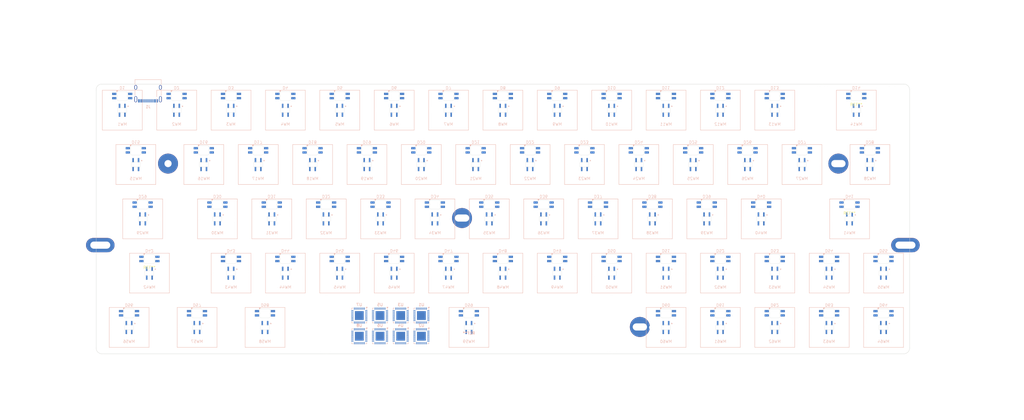
<source format=kicad_pcb>
(kicad_pcb (version 20240108) (generator "pcbnew") (generator_version "8.0")
  (layers (0 "F.Cu" signal) (1 "In1.Cu" signal) (2 "In2.Cu" signal) (31 "B.Cu" signal) (34 "B.Paste" user) (35 "F.Paste" user) (36 "B.SilkS" user "B.Silkscreen") (37 "F.SilkS" user "F.Silkscreen") (38 "B.Mask" user) (39 "F.Mask" user) (44 "Edge.Cuts" user))
  (net 0 "")
  (net 1 "Net-(D1-DOUT)")
  (net 2 "LED_SDA")
  (net 3 "GND")
  (net 4 "VCC_LED")
  (net 5 "Net-(D2-DOUT)")
  (net 6 "Net-(D3-DOUT)")
  (net 7 "Net-(D4-DOUT)")
  (net 8 "Net-(D5-DOUT)")
  (net 9 "Net-(D6-DOUT)")
  (net 10 "Net-(D7-DOUT)")
  (net 11 "Net-(D8-DOUT)")
  (net 12 "Net-(D10-DIN)")
  (net 13 "Net-(D10-DOUT)")
  (net 14 "Net-(D11-DOUT)")
  (net 15 "Net-(D12-DOUT)")
  (net 16 "Net-(D13-DOUT)")
  (net 17 "Net-(D14-DOUT)")
  (net 18 "Net-(D15-DOUT)")
  (net 19 "/Key Layout/DOUT_L0")
  (net 20 "Net-(D17-DOUT)")
  (net 21 "Net-(D18-DOUT)")
  (net 22 "Net-(D19-DOUT)")
  (net 23 "Net-(D20-DOUT)")
  (net 24 "Net-(D21-DOUT)")
  (net 25 "Net-(D22-DOUT)")
  (net 26 "Net-(D23-DOUT)")
  (net 27 "Net-(D24-DOUT)")
  (net 28 "Net-(D25-DOUT)")
  (net 29 "Net-(D26-DOUT)")
  (net 30 "Net-(D27-DOUT)")
  (net 31 "Net-(D28-DOUT)")
  (net 32 "Net-(D29-DOUT)")
  (net 33 "Net-(D30-DOUT)")
  (net 34 "Net-(D31-DOUT)")
  (net 35 "/Key Layout/DOUT_L1")
  (net 36 "Net-(D33-DOUT)")
  (net 37 "Net-(D34-DOUT)")
  (net 38 "Net-(D35-DOUT)")
  (net 39 "Net-(D36-DOUT)")
  (net 40 "Net-(D37-DOUT)")
  (net 41 "Net-(D38-DOUT)")
  (net 42 "Net-(D39-DOUT)")
  (net 43 "Net-(D40-DOUT)")
  (net 44 "Net-(D41-DOUT)")
  (net 45 "Net-(D42-DOUT)")
  (net 46 "Net-(D43-DOUT)")
  (net 47 "Net-(D44-DOUT)")
  (net 48 "Net-(D45-DOUT)")
  (net 49 "Net-(D46-DOUT)")
  (net 50 "Net-(D47-DOUT)")
  (net 51 "/Key Layout/DOUT_L2")
  (net 52 "Net-(D49-DOUT)")
  (net 53 "Net-(D50-DOUT)")
  (net 54 "Net-(D51-DOUT)")
  (net 55 "Net-(D52-DOUT)")
  (net 56 "Net-(D53-DOUT)")
  (net 57 "Net-(D54-DOUT)")
  (net 58 "Net-(D55-DOUT)")
  (net 59 "Net-(D56-DOUT)")
  (net 60 "Net-(D57-DOUT)")
  (net 61 "Net-(D58-DOUT)")
  (net 62 "Net-(D59-DOUT)")
  (net 63 "Net-(D60-DOUT)")
  (net 64 "Net-(D61-DOUT)")
  (net 65 "Net-(D62-DOUT)")
  (net 66 "Net-(D63-DOUT)")
  (net 67 "/Key Layout/DOUT_L3")
  (net 68 "VSSA")
  (net 69 "OUT_P1")
  (net 70 "OUT_N1")
  (net 71 "OUT_P2")
  (net 72 "OUT_N2")
  (net 73 "OUT_P3")
  (net 74 "OUT_N3")
  (net 75 "OUT_P4")
  (net 76 "OUT_N4")
  (net 77 "OUT_N5")
  (net 78 "OUT_P5")
  (net 79 "OUT_P6")
  (net 80 "OUT_N6")
  (net 81 "OUT_P7")
  (net 82 "OUT_N7")
  (net 83 "OUT_N8")
  (net 84 "OUT_P8")
  (net 85 "OUT_N9")
  (net 86 "OUT_P9")
  (net 87 "OUT_P10")
  (net 88 "OUT_N10")
  (net 89 "OUT_N11")
  (net 90 "OUT_P11")
  (net 91 "OUT_P12")
  (net 92 "OUT_N12")
  (net 93 "OUT_P13")
  (net 94 "OUT_N13")
  (net 95 "OUT_P14")
  (net 96 "OUT_N14")
  (net 97 "OUT_P15")
  (net 98 "OUT_N15")
  (net 99 "OUT_N16")
  (net 100 "OUT_P16")
  (net 101 "OUT_N17")
  (net 102 "OUT_P17")
  (net 103 "OUT_N18")
  (net 104 "OUT_P18")
  (net 105 "OUT_P19")
  (net 106 "OUT_N19")
  (net 107 "OUT_P20")
  (net 108 "OUT_N20")
  (net 109 "OUT_P21")
  (net 110 "OUT_N21")
  (net 111 "OUT_N22")
  (net 112 "OUT_P22")
  (net 113 "OUT_N23")
  (net 114 "OUT_P23")
  (net 115 "OUT_N24")
  (net 116 "OUT_P24")
  (net 117 "OUT_P25")
  (net 118 "OUT_N25")
  (net 119 "OUT_N26")
  (net 120 "OUT_P26")
  (net 121 "OUT_P27")
  (net 122 "OUT_N27")
  (net 123 "OUT_P28")
  (net 124 "OUT_N28")
  (net 125 "OUT_N29")
  (net 126 "OUT_P29")
  (net 127 "OUT_P30")
  (net 128 "OUT_N30")
  (net 129 "OUT_N31")
  (net 130 "OUT_P31")
  (net 131 "OUT_P32")
  (net 132 "OUT_N32")
  (net 133 "OUT_N33")
  (net 134 "OUT_P33")
  (net 135 "OUT_P34")
  (net 136 "OUT_N34")
  (net 137 "OUT_P35")
  (net 138 "OUT_N35")
  (net 139 "OUT_N36")
  (net 140 "OUT_P36")
  (net 141 "OUT_N37")
  (net 142 "OUT_P37")
  (net 143 "OUT_P38")
  (net 144 "OUT_N38")
  (net 145 "OUT_N39")
  (net 146 "OUT_P39")
  (net 147 "OUT_N40")
  (net 148 "OUT_P40")
  (net 149 "OUT_P41")
  (net 150 "OUT_N41")
  (net 151 "OUT_N42")
  (net 152 "OUT_P42")
  (net 153 "OUT_P43")
  (net 154 "OUT_N43")
  (net 155 "OUT_P44")
  (net 156 "OUT_N44")
  (net 157 "OUT_N45")
  (net 158 "OUT_P45")
  (net 159 "OUT_P46")
  (net 160 "OUT_N46")
  (net 161 "OUT_N47")
  (net 162 "OUT_P47")
  (net 163 "OUT_N48")
  (net 164 "OUT_P48")
  (net 165 "OUT_P49")
  (net 166 "OUT_N49")
  (net 167 "OUT_N50")
  (net 168 "OUT_P50")
  (net 169 "OUT_N51")
  (net 170 "OUT_P51")
  (net 171 "OUT_N52")
  (net 172 "OUT_P52")
  (net 173 "OUT_N53")
  (net 174 "OUT_P53")
  (net 175 "OUT_P54")
  (net 176 "OUT_N54")
  (net 177 "OUT_N55")
  (net 178 "OUT_P55")
  (net 179 "OUT_N56")
  (net 180 "OUT_P56")
  (net 181 "OUT_N57")
  (net 182 "OUT_P57")
  (net 183 "OUT_P58")
  (net 184 "OUT_N58")
  (net 185 "OUT_N59")
  (net 186 "OUT_P59")
  (net 187 "OUT_P60")
  (net 188 "OUT_N60")
  (net 189 "OUT_P61")
  (net 190 "OUT_N61")
  (net 191 "OUT_N62")
  (net 192 "OUT_P62")
  (net 193 "OUT_P63")
  (net 194 "OUT_N63")
  (net 195 "OUT_N64")
  (net 196 "OUT_P64")
  (net 213 "+3V3")
  (net 430 "Net-(J1-GND-PadA1)")
  (net 433 "Net-(J1-VBUS-PadA4)")
  (footprint "hole:PKRHSL" (layer "F.Cu") (at 312.4919 85.4004)
    (property "Reference" "HOLE" (hide yes))
    (property "Value" "VAL**" (hide yes))
  )
  (footprint "hole:PKRH" (layer "F.Cu") (at 219.4501 114.0999)
    (property "Reference" "HOLE" (hide yes))
    (property "Value" "VAL**" (hide yes))
  )
  (footprint "hole:PKRHSL" (layer "F.Cu") (at 30.4096 85.4004)
    (property "Reference" "HOLE" (hide yes))
    (property "Value" "VAL**" (hide yes))
  )
  (footprint "PCM_Mounting_Keyboard_Stabilizer:Stabilizer_Cherry_MX_2.00u" (layer "F.Cu") (at 292.89375 76.2)
    (property "Reference" "REF**")
    (property "Value" "Stabilizer_Cherry_MX_2.00u")
  )
  (footprint "PCM_Mounting_Keyboard_Stabilizer:Stabilizer_Cherry_MX_2.00u" (layer "F.Cu") (at 47.625 95.25)
    (property "Reference" "REF**")
    (property "Value" "Stabilizer_Cherry_MX_2.00u")
  )
  (footprint "PCM_Mounting_Keyboard_Stabilizer:Stabilizer_Cherry_MX_2.00u" (layer "F.Cu") (at 295.275 38.1)
    (property "Reference" "REF**")
    (property "Value" "Stabilizer_Cherry_MX_2.00u")
  )
  (footprint "hole:PKRH" (layer "F.Cu") (at 289.0006 56.8)
    (property "Reference" "HOLE" (hide yes))
    (property "Value" "VAL**" (hide yes))
  )
  (footprint "hole:PKRH" (layer "F.Cu") (at 157.1507 75.8992)
    (property "Reference" "HOLE" (hide yes))
    (property "Value" "VAL**" (hide yes))
  )
  (footprint "hole:PKRHC" (layer "F.Cu") (at 54.15 56.8)
    (property "Reference" "HOLE" (hide yes))
    (property "Value" "VAL**" (hide yes))
  )
  (footprint "Button_Switch_Keyboard:SW_MW601_1.00u" (layer "B.Cu") (at 45.24375 76.2 180)
    (property "Reference" "MW29")
    (property "Value" "~")
    (fp_line (start 1.577 -0.75) (end 1.577 0.75) (stroke (width 0.05)) (layer "Edge.Cuts"))
    (fp_line (start 1.45 0.877) (end -1.45 0.877) (stroke (width 0.05)) (layer "Edge.Cuts"))
    (fp_line (start 1.45 -0.877) (end -1.45 -0.877) (stroke (width 0.05)) (layer "Edge.Cuts"))
    (fp_line (start -1.577 -0.75) (end -1.577 0.75) (stroke (width 0.05)) (layer "Edge.Cuts"))
    (fp_arc (start 1.577 0.75) (mid 1.539803 0.839803) (end 1.45 0.877) (stroke (width 0.05)) (layer "Edge.Cuts"))
    (fp_arc (start 1.45 -0.877) (mid 1.539803 -0.839803) (end 1.577 -0.75) (stroke (width 0.05)) (layer "Edge.Cuts"))
    (fp_arc (start -1.45 0.877) (mid -1.539803 0.839803) (end -1.577 0.75) (stroke (width 0.05)) (layer "Edge.Cuts"))
    (fp_arc (start -1.577 -0.75) (mid -1.539803 -0.839803) (end -1.45 -0.877) (stroke (width 0.05)) (layer "Edge.Cuts"))
  )
  (footprint "LED_SMD:WS2812B反贴" (layer "B.Cu") (at 190.5 90.25)
    (property "Reference" "D49")
    (property "Value" "WS2812B")
    (fp_line (start -1.8 1.2) (end -1.8 -1.2) (stroke (width 0.05)) (layer "Edge.Cuts"))
    (fp_line (start -1.4 -1.6) (end 1.4 -1.6) (stroke (width 0.05)) (layer "Edge.Cuts"))
    (fp_line (start 1.4 1.6) (end -1.4 1.6) (stroke (width 0.05)) (layer "Edge.Cuts"))
    (fp_line (start 1.8 -1.2) (end 1.8 1.2) (stroke (width 0.05)) (layer "Edge.Cuts"))
    (fp_arc (start -1.8 -1.2) (mid -1.682843 -1.482843) (end -1.4 -1.6) (stroke (width 0.05)) (layer "Edge.Cuts"))
    (fp_arc (start -1.4 1.6) (mid -1.682843 1.482843) (end -1.8 1.2) (stroke (width 0.05)) (layer "Edge.Cuts"))
    (fp_arc (start 1.4 -1.6) (mid 1.682843 -1.482843) (end 1.8 -1.2) (stroke (width 0.05)) (layer "Edge.Cuts"))
    (fp_arc (start 1.8 1.2) (mid 1.682843 1.482843) (end 1.4 1.6) (stroke (width 0.05)) (layer "Edge.Cuts"))
  )
  (footprint "LED_SMD:WS2812B反贴" (layer "B.Cu") (at 64.29375 109.3)
    (property "Reference" "D57")
    (property "Value" "WS2812B")
    (fp_line (start -1.8 1.2) (end -1.8 -1.2) (stroke (width 0.05)) (layer "Edge.Cuts"))
    (fp_line (start -1.4 -1.6) (end 1.4 -1.6) (stroke (width 0.05)) (layer "Edge.Cuts"))
    (fp_line (start 1.4 1.6) (end -1.4 1.6) (stroke (width 0.05)) (layer "Edge.Cuts"))
    (fp_line (start 1.8 -1.2) (end 1.8 1.2) (stroke (width 0.05)) (layer "Edge.Cuts"))
    (fp_arc (start -1.8 -1.2) (mid -1.682843 -1.482843) (end -1.4 -1.6) (stroke (width 0.05)) (layer "Edge.Cuts"))
    (fp_arc (start -1.4 1.6) (mid -1.682843 1.482843) (end -1.8 1.2) (stroke (width 0.05)) (layer "Edge.Cuts"))
    (fp_arc (start 1.4 -1.6) (mid 1.682843 -1.482843) (end 1.8 -1.2) (stroke (width 0.05)) (layer "Edge.Cuts"))
    (fp_arc (start 1.8 1.2) (mid 1.682843 1.482843) (end 1.4 1.6) (stroke (width 0.05)) (layer "Edge.Cuts"))
  )
  (footprint "Button_Switch_Keyboard:SW_MW601_1.00u" (layer "B.Cu") (at 85.725 57.15 180)
    (property "Reference" "MW17")
    (property "Value" "~")
    (fp_line (start 1.577 -0.75) (end 1.577 0.75) (stroke (width 0.05)) (layer "Edge.Cuts"))
    (fp_line (start 1.45 0.877) (end -1.45 0.877) (stroke (width 0.05)) (layer "Edge.Cuts"))
    (fp_line (start 1.45 -0.877) (end -1.45 -0.877) (stroke (width 0.05)) (layer "Edge.Cuts"))
    (fp_line (start -1.577 -0.75) (end -1.577 0.75) (stroke (width 0.05)) (layer "Edge.Cuts"))
    (fp_arc (start 1.577 0.75) (mid 1.539803 0.839803) (end 1.45 0.877) (stroke (width 0.05)) (layer "Edge.Cuts"))
    (fp_arc (start 1.45 -0.877) (mid 1.539803 -0.839803) (end 1.577 -0.75) (stroke (width 0.05)) (layer "Edge.Cuts"))
    (fp_arc (start -1.45 0.877) (mid -1.539803 0.839803) (end -1.577 0.75) (stroke (width 0.05)) (layer "Edge.Cuts"))
    (fp_arc (start -1.577 -0.75) (mid -1.539803 -0.839803) (end -1.45 -0.877) (stroke (width 0.05)) (layer "Edge.Cuts"))
  )
  (footprint "LED_SMD:WS2812B反贴" (layer "B.Cu") (at 304.8 109.3)
    (property "Reference" "D64")
    (property "Value" "WS2812B")
    (fp_line (start -1.8 1.2) (end -1.8 -1.2) (stroke (width 0.05)) (layer "Edge.Cuts"))
    (fp_line (start -1.4 -1.6) (end 1.4 -1.6) (stroke (width 0.05)) (layer "Edge.Cuts"))
    (fp_line (start 1.4 1.6) (end -1.4 1.6) (stroke (width 0.05)) (layer "Edge.Cuts"))
    (fp_line (start 1.8 -1.2) (end 1.8 1.2) (stroke (width 0.05)) (layer "Edge.Cuts"))
    (fp_arc (start -1.8 -1.2) (mid -1.682843 -1.482843) (end -1.4 -1.6) (stroke (width 0.05)) (layer "Edge.Cuts"))
    (fp_arc (start -1.4 1.6) (mid -1.682843 1.482843) (end -1.8 1.2) (stroke (width 0.05)) (layer "Edge.Cuts"))
    (fp_arc (start 1.4 -1.6) (mid 1.682843 -1.482843) (end 1.8 -1.2) (stroke (width 0.05)) (layer "Edge.Cuts"))
    (fp_arc (start 1.8 1.2) (mid 1.682843 1.482843) (end 1.4 1.6) (stroke (width 0.05)) (layer "Edge.Cuts"))
  )
  (footprint "LED_SMD:WS2812B反贴" (layer "B.Cu") (at 285.75 90.25)
    (property "Reference" "D54")
    (property "Value" "WS2812B")
    (fp_line (start -1.8 1.2) (end -1.8 -1.2) (stroke (width 0.05)) (layer "Edge.Cuts"))
    (fp_line (start -1.4 -1.6) (end 1.4 -1.6) (stroke (width 0.05)) (layer "Edge.Cuts"))
    (fp_line (start 1.4 1.6) (end -1.4 1.6) (stroke (width 0.05)) (layer "Edge.Cuts"))
    (fp_line (start 1.8 -1.2) (end 1.8 1.2) (stroke (width 0.05)) (layer "Edge.Cuts"))
    (fp_arc (start -1.8 -1.2) (mid -1.682843 -1.482843) (end -1.4 -1.6) (stroke (width 0.05)) (layer "Edge.Cuts"))
    (fp_arc (start -1.4 1.6) (mid -1.682843 1.482843) (end -1.8 1.2) (stroke (width 0.05)) (layer "Edge.Cuts"))
    (fp_arc (start 1.4 -1.6) (mid 1.682843 -1.482843) (end 1.8 -1.2) (stroke (width 0.05)) (layer "Edge.Cuts"))
    (fp_arc (start 1.8 1.2) (mid 1.682843 1.482843) (end 1.4 1.6) (stroke (width 0.05)) (layer "Edge.Cuts"))
  )
  (footprint "LED_SMD:WS2812B反贴" (layer "B.Cu") (at 228.6 33.1)
    (property "Reference" "D11")
    (property "Value" "WS2812B")
    (fp_line (start -1.8 1.2) (end -1.8 -1.2) (stroke (width 0.05)) (layer "Edge.Cuts"))
    (fp_line (start -1.4 -1.6) (end 1.4 -1.6) (stroke (width 0.05)) (layer "Edge.Cuts"))
    (fp_line (start 1.4 1.6) (end -1.4 1.6) (stroke (width 0.05)) (layer "Edge.Cuts"))
    (fp_line (start 1.8 -1.2) (end 1.8 1.2) (stroke (width 0.05)) (layer "Edge.Cuts"))
    (fp_arc (start -1.8 -1.2) (mid -1.682843 -1.482843) (end -1.4 -1.6) (stroke (width 0.05)) (layer "Edge.Cuts"))
    (fp_arc (start -1.4 1.6) (mid -1.682843 1.482843) (end -1.8 1.2) (stroke (width 0.05)) (layer "Edge.Cuts"))
    (fp_arc (start 1.4 -1.6) (mid 1.682843 -1.482843) (end 1.8 -1.2) (stroke (width 0.05)) (layer "Edge.Cuts"))
    (fp_arc (start 1.8 1.2) (mid 1.682843 1.482843) (end 1.4 1.6) (stroke (width 0.05)) (layer "Edge.Cuts"))
  )
  (footprint "Button_Switch_Keyboard:SW_MW601_1.00u" (layer "B.Cu") (at 95.25 95.25 180)
    (property "Reference" "MW44")
    (property "Value" "~")
    (fp_line (start 1.577 -0.75) (end 1.577 0.75) (stroke (width 0.05)) (layer "Edge.Cuts"))
    (fp_line (start 1.45 0.877) (end -1.45 0.877) (stroke (width 0.05)) (layer "Edge.Cuts"))
    (fp_line (start 1.45 -0.877) (end -1.45 -0.877) (stroke (width 0.05)) (layer "Edge.Cuts"))
    (fp_line (start -1.577 -0.75) (end -1.577 0.75) (stroke (width 0.05)) (layer "Edge.Cuts"))
    (fp_arc (start 1.577 0.75) (mid 1.539803 0.839803) (end 1.45 0.877) (stroke (width 0.05)) (layer "Edge.Cuts"))
    (fp_arc (start 1.45 -0.877) (mid 1.539803 -0.839803) (end 1.577 -0.75) (stroke (width 0.05)) (layer "Edge.Cuts"))
    (fp_arc (start -1.45 0.877) (mid -1.539803 0.839803) (end -1.577 0.75) (stroke (width 0.05)) (layer "Edge.Cuts"))
    (fp_arc (start -1.577 -0.75) (mid -1.539803 -0.839803) (end -1.45 -0.877) (stroke (width 0.05)) (layer "Edge.Cuts"))
  )
  (footprint "LED_SMD:WS2812B反贴" (layer "B.Cu") (at 247.65 33.1)
    (property "Reference" "D12")
    (property "Value" "WS2812B")
    (fp_line (start -1.8 1.2) (end -1.8 -1.2) (stroke (width 0.05)) (layer "Edge.Cuts"))
    (fp_line (start -1.4 -1.6) (end 1.4 -1.6) (stroke (width 0.05)) (layer "Edge.Cuts"))
    (fp_line (start 1.4 1.6) (end -1.4 1.6) (stroke (width 0.05)) (layer "Edge.Cuts"))
    (fp_line (start 1.8 -1.2) (end 1.8 1.2) (stroke (width 0.05)) (layer "Edge.Cuts"))
    (fp_arc (start -1.8 -1.2) (mid -1.682843 -1.482843) (end -1.4 -1.6) (stroke (width 0.05)) (layer "Edge.Cuts"))
    (fp_arc (start -1.4 1.6) (mid -1.682843 1.482843) (end -1.8 1.2) (stroke (width 0.05)) (layer "Edge.Cuts"))
    (fp_arc (start 1.4 -1.6) (mid 1.682843 -1.482843) (end 1.8 -1.2) (stroke (width 0.05)) (layer "Edge.Cuts"))
    (fp_arc (start 1.8 1.2) (mid 1.682843 1.482843) (end 1.4 1.6) (stroke (width 0.05)) (layer "Edge.Cuts"))
  )
  (footprint "LED_SMD:WS2812B反贴" (layer "B.Cu") (at 285.75 109.3)
    (property "Reference" "D63")
    (property "Value" "WS2812B")
    (fp_line (start -1.8 1.2) (end -1.8 -1.2) (stroke (width 0.05)) (layer "Edge.Cuts"))
    (fp_line (start -1.4 -1.6) (end 1.4 -1.6) (stroke (width 0.05)) (layer "Edge.Cuts"))
    (fp_line (start 1.4 1.6) (end -1.4 1.6) (stroke (width 0.05)) (layer "Edge.Cuts"))
    (fp_line (start 1.8 -1.2) (end 1.8 1.2) (stroke (width 0.05)) (layer "Edge.Cuts"))
    (fp_arc (start -1.8 -1.2) (mid -1.682843 -1.482843) (end -1.4 -1.6) (stroke (width 0.05)) (layer "Edge.Cuts"))
    (fp_arc (start -1.4 1.6) (mid -1.682843 1.482843) (end -1.8 1.2) (stroke (width 0.05)) (layer "Edge.Cuts"))
    (fp_arc (start 1.4 -1.6) (mid 1.682843 -1.482843) (end 1.8 -1.2) (stroke (width 0.05)) (layer "Edge.Cuts"))
    (fp_arc (start 1.8 1.2) (mid 1.682843 1.482843) (end 1.4 1.6) (stroke (width 0.05)) (layer "Edge.Cuts"))
  )
  (footprint "LED_SMD:WS2812B反贴" (layer "B.Cu") (at 209.55 33.1)
    (property "Reference" "D10")
    (property "Value" "WS2812B")
    (fp_line (start -1.8 1.2) (end -1.8 -1.2) (stroke (width 0.05)) (layer "Edge.Cuts"))
    (fp_line (start -1.4 -1.6) (end 1.4 -1.6) (stroke (width 0.05)) (layer "Edge.Cuts"))
    (fp_line (start 1.4 1.6) (end -1.4 1.6) (stroke (width 0.05)) (layer "Edge.Cuts"))
    (fp_line (start 1.8 -1.2) (end 1.8 1.2) (stroke (width 0.05)) (layer "Edge.Cuts"))
    (fp_arc (start -1.8 -1.2) (mid -1.682843 -1.482843) (end -1.4 -1.6) (stroke (width 0.05)) (layer "Edge.Cuts"))
    (fp_arc (start -1.4 1.6) (mid -1.682843 1.482843) (end -1.8 1.2) (stroke (width 0.05)) (layer "Edge.Cuts"))
    (fp_arc (start 1.4 -1.6) (mid 1.682843 -1.482843) (end 1.8 -1.2) (stroke (width 0.05)) (layer "Edge.Cuts"))
    (fp_arc (start 1.8 1.2) (mid 1.682843 1.482843) (end 1.4 1.6) (stroke (width 0.05)) (layer "Edge.Cuts"))
  )
  (footprint "Button_Switch_Keyboard:SW_MW601_1.00u" (layer "B.Cu") (at 285.75 114.3 180)
    (property "Reference" "MW63")
    (property "Value" "~")
    (fp_line (start 1.577 -0.75) (end 1.577 0.75) (stroke (width 0.05)) (layer "Edge.Cuts"))
    (fp_line (start 1.45 0.877) (end -1.45 0.877) (stroke (width 0.05)) (layer "Edge.Cuts"))
    (fp_line (start 1.45 -0.877) (end -1.45 -0.877) (stroke (width 0.05)) (layer "Edge.Cuts"))
    (fp_line (start -1.577 -0.75) (end -1.577 0.75) (stroke (width 0.05)) (layer "Edge.Cuts"))
    (fp_arc (start 1.577 0.75) (mid 1.539803 0.839803) (end 1.45 0.877) (stroke (width 0.05)) (layer "Edge.Cuts"))
    (fp_arc (start 1.45 -0.877) (mid 1.539803 -0.839803) (end 1.577 -0.75) (stroke (width 0.05)) (layer "Edge.Cuts"))
    (fp_arc (start -1.45 0.877) (mid -1.539803 0.839803) (end -1.577 0.75) (stroke (width 0.05)) (layer "Edge.Cuts"))
    (fp_arc (start -1.577 -0.75) (mid -1.539803 -0.839803) (end -1.45 -0.877) (stroke (width 0.05)) (layer "Edge.Cuts"))
  )
  (footprint "Button_Switch_Keyboard:SW_MW601_1.00u" (layer "B.Cu") (at 147.6375 76.2 180)
    (property "Reference" "MW34")
    (property "Value" "~")
    (fp_line (start 1.577 -0.75) (end 1.577 0.75) (stroke (width 0.05)) (layer "Edge.Cuts"))
    (fp_line (start 1.45 0.877) (end -1.45 0.877) (stroke (width 0.05)) (layer "Edge.Cuts"))
    (fp_line (start 1.45 -0.877) (end -1.45 -0.877) (stroke (width 0.05)) (layer "Edge.Cuts"))
    (fp_line (start -1.577 -0.75) (end -1.577 0.75) (stroke (width 0.05)) (layer "Edge.Cuts"))
    (fp_arc (start 1.577 0.75) (mid 1.539803 0.839803) (end 1.45 0.877) (stroke (width 0.05)) (layer "Edge.Cuts"))
    (fp_arc (start 1.45 -0.877) (mid 1.539803 -0.839803) (end 1.577 -0.75) (stroke (width 0.05)) (layer "Edge.Cuts"))
    (fp_arc (start -1.45 0.877) (mid -1.539803 0.839803) (end -1.577 0.75) (stroke (width 0.05)) (layer "Edge.Cuts"))
    (fp_arc (start -1.577 -0.75) (mid -1.539803 -0.839803) (end -1.45 -0.877) (stroke (width 0.05)) (layer "Edge.Cuts"))
  )
  (footprint "Button_Switch_Keyboard:SW_MW601_1.00u" (layer "B.Cu") (at 166.6875 76.2 180)
    (property "Reference" "MW35")
    (property "Value" "~")
    (fp_line (start 1.577 -0.75) (end 1.577 0.75) (stroke (width 0.05)) (layer "Edge.Cuts"))
    (fp_line (start 1.45 0.877) (end -1.45 0.877) (stroke (width 0.05)) (layer "Edge.Cuts"))
    (fp_line (start 1.45 -0.877) (end -1.45 -0.877) (stroke (width 0.05)) (layer "Edge.Cuts"))
    (fp_line (start -1.577 -0.75) (end -1.577 0.75) (stroke (width 0.05)) (layer "Edge.Cuts"))
    (fp_arc (start 1.577 0.75) (mid 1.539803 0.839803) (end 1.45 0.877) (stroke (width 0.05)) (layer "Edge.Cuts"))
    (fp_arc (start 1.45 -0.877) (mid 1.539803 -0.839803) (end 1.577 -0.75) (stroke (width 0.05)) (layer "Edge.Cuts"))
    (fp_arc (start -1.45 0.877) (mid -1.539803 0.839803) (end -1.577 0.75) (stroke (width 0.05)) (layer "Edge.Cuts"))
    (fp_arc (start -1.577 -0.75) (mid -1.539803 -0.839803) (end -1.45 -0.877) (stroke (width 0.05)) (layer "Edge.Cuts"))
  )
  (footprint "Button_Switch_Keyboard:SW_MW601_1.00u" (layer "B.Cu") (at 190.5 38.1 180)
    (property "Reference" "MW9")
    (property "Value" "~")
    (fp_line (start 1.577 -0.75) (end 1.577 0.75) (stroke (width 0.05)) (layer "Edge.Cuts"))
    (fp_line (start 1.45 0.877) (end -1.45 0.877) (stroke (width 0.05)) (layer "Edge.Cuts"))
    (fp_line (start 1.45 -0.877) (end -1.45 -0.877) (stroke (width 0.05)) (layer "Edge.Cuts"))
    (fp_line (start -1.577 -0.75) (end -1.577 0.75) (stroke (width 0.05)) (layer "Edge.Cuts"))
    (fp_arc (start 1.577 0.75) (mid 1.539803 0.839803) (end 1.45 0.877) (stroke (width 0.05)) (layer "Edge.Cuts"))
    (fp_arc (start 1.45 -0.877) (mid 1.539803 -0.839803) (end 1.577 -0.75) (stroke (width 0.05)) (layer "Edge.Cuts"))
    (fp_arc (start -1.45 0.877) (mid -1.539803 0.839803) (end -1.577 0.75) (stroke (width 0.05)) (layer "Edge.Cuts"))
    (fp_arc (start -1.577 -0.75) (mid -1.539803 -0.839803) (end -1.45 -0.877) (stroke (width 0.05)) (layer "Edge.Cuts"))
  )
  (footprint "LED_SMD:WS2812B反贴" (layer "B.Cu") (at 228.6 109.3)
    (property "Reference" "D60")
    (property "Value" "WS2812B")
    (fp_line (start -1.8 1.2) (end -1.8 -1.2) (stroke (width 0.05)) (layer "Edge.Cuts"))
    (fp_line (start -1.4 -1.6) (end 1.4 -1.6) (stroke (width 0.05)) (layer "Edge.Cuts"))
    (fp_line (start 1.4 1.6) (end -1.4 1.6) (stroke (width 0.05)) (layer "Edge.Cuts"))
    (fp_line (start 1.8 -1.2) (end 1.8 1.2) (stroke (width 0.05)) (layer "Edge.Cuts"))
    (fp_arc (start -1.8 -1.2) (mid -1.682843 -1.482843) (end -1.4 -1.6) (stroke (width 0.05)) (layer "Edge.Cuts"))
    (fp_arc (start -1.4 1.6) (mid -1.682843 1.482843) (end -1.8 1.2) (stroke (width 0.05)) (layer "Edge.Cuts"))
    (fp_arc (start 1.4 -1.6) (mid 1.682843 -1.482843) (end 1.8 -1.2) (stroke (width 0.05)) (layer "Edge.Cuts"))
    (fp_arc (start 1.8 1.2) (mid 1.682843 1.482843) (end 1.4 1.6) (stroke (width 0.05)) (layer "Edge.Cuts"))
  )
  (footprint "LED_SMD:WS2812B反贴" (layer "B.Cu") (at 114.3 33.1)
    (property "Reference" "D5")
    (property "Value" "WS2812B")
    (fp_line (start -1.8 1.2) (end -1.8 -1.2) (stroke (width 0.05)) (layer "Edge.Cuts"))
    (fp_line (start -1.4 -1.6) (end 1.4 -1.6) (stroke (width 0.05)) (layer "Edge.Cuts"))
    (fp_line (start 1.4 1.6) (end -1.4 1.6) (stroke (width 0.05)) (layer "Edge.Cuts"))
    (fp_line (start 1.8 -1.2) (end 1.8 1.2) (stroke (width 0.05)) (layer "Edge.Cuts"))
    (fp_arc (start -1.8 -1.2) (mid -1.682843 -1.482843) (end -1.4 -1.6) (stroke (width 0.05)) (layer "Edge.Cuts"))
    (fp_arc (start -1.4 1.6) (mid -1.682843 1.482843) (end -1.8 1.2) (stroke (width 0.05)) (layer "Edge.Cuts"))
    (fp_arc (start 1.4 -1.6) (mid 1.682843 -1.482843) (end 1.8 -1.2) (stroke (width 0.05)) (layer "Edge.Cuts"))
    (fp_arc (start 1.8 1.2) (mid 1.682843 1.482843) (end 1.4 1.6) (stroke (width 0.05)) (layer "Edge.Cuts"))
  )
  (footprint "Button_Switch_Keyboard:SW_MW601_1.00u" (layer "B.Cu") (at 128.5875 76.2 180)
    (property "Reference" "MW33")
    (property "Value" "~")
    (fp_line (start 1.577 -0.75) (end 1.577 0.75) (stroke (width 0.05)) (layer "Edge.Cuts"))
    (fp_line (start 1.45 0.877) (end -1.45 0.877) (stroke (width 0.05)) (layer "Edge.Cuts"))
    (fp_line (start 1.45 -0.877) (end -1.45 -0.877) (stroke (width 0.05)) (layer "Edge.Cuts"))
    (fp_line (start -1.577 -0.75) (end -1.577 0.75) (stroke (width 0.05)) (layer "Edge.Cuts"))
    (fp_arc (start 1.577 0.75) (mid 1.539803 0.839803) (end 1.45 0.877) (stroke (width 0.05)) (layer "Edge.Cuts"))
    (fp_arc (start 1.45 -0.877) (mid 1.539803 -0.839803) (end 1.577 -0.75) (stroke (width 0.05)) (layer "Edge.Cuts"))
    (fp_arc (start -1.45 0.877) (mid -1.539803 0.839803) (end -1.577 0.75) (stroke (width 0.05)) (layer "Edge.Cuts"))
    (fp_arc (start -1.577 -0.75) (mid -1.539803 -0.839803) (end -1.45 -0.877) (stroke (width 0.05)) (layer "Edge.Cuts"))
  )
  (footprint "Button_Switch_Keyboard:SW_MW601_1.00u" (layer "B.Cu") (at 71.4375 76.2 180)
    (property "Reference" "MW30")
    (property "Value" "~")
    (fp_line (start 1.577 -0.75) (end 1.577 0.75) (stroke (width 0.05)) (layer "Edge.Cuts"))
    (fp_line (start 1.45 0.877) (end -1.45 0.877) (stroke (width 0.05)) (layer "Edge.Cuts"))
    (fp_line (start 1.45 -0.877) (end -1.45 -0.877) (stroke (width 0.05)) (layer "Edge.Cuts"))
    (fp_line (start -1.577 -0.75) (end -1.577 0.75) (stroke (width 0.05)) (layer "Edge.Cuts"))
    (fp_arc (start 1.577 0.75) (mid 1.539803 0.839803) (end 1.45 0.877) (stroke (width 0.05)) (layer "Edge.Cuts"))
    (fp_arc (start 1.45 -0.877) (mid 1.539803 -0.839803) (end 1.577 -0.75) (stroke (width 0.05)) (layer "Edge.Cuts"))
    (fp_arc (start -1.45 0.877) (mid -1.539803 0.839803) (end -1.577 0.75) (stroke (width 0.05)) (layer "Edge.Cuts"))
    (fp_arc (start -1.577 -0.75) (mid -1.539803 -0.839803) (end -1.45 -0.877) (stroke (width 0.05)) (layer "Edge.Cuts"))
  )
  (footprint "Connector_USB:USB_C_Receptacle_XKB_U262-16XN-4BVC11" (layer "B.Cu") (at 47.15 31.125)
    (property "Reference" "J1")
    (property "Value" "USB_C_Receptacle_USB2.0_16P")
  )
  (footprint "Button_Switch_Keyboard:SW_MW601_1.00u" (layer "B.Cu") (at 295.275 38.1 180)
    (property "Reference" "MW14")
    (property "Value" "~")
    (fp_line (start 1.577 -0.75) (end 1.577 0.75) (stroke (width 0.05)) (layer "Edge.Cuts"))
    (fp_line (start 1.45 0.877) (end -1.45 0.877) (stroke (width 0.05)) (layer "Edge.Cuts"))
    (fp_line (start 1.45 -0.877) (end -1.45 -0.877) (stroke (width 0.05)) (layer "Edge.Cuts"))
    (fp_line (start -1.577 -0.75) (end -1.577 0.75) (stroke (width 0.05)) (layer "Edge.Cuts"))
    (fp_arc (start 1.577 0.75) (mid 1.539803 0.839803) (end 1.45 0.877) (stroke (width 0.05)) (layer "Edge.Cuts"))
    (fp_arc (start 1.45 -0.877) (mid 1.539803 -0.839803) (end 1.577 -0.75) (stroke (width 0.05)) (layer "Edge.Cuts"))
    (fp_arc (start -1.45 0.877) (mid -1.539803 0.839803) (end -1.577 0.75) (stroke (width 0.05)) (layer "Edge.Cuts"))
    (fp_arc (start -1.577 -0.75) (mid -1.539803 -0.839803) (end -1.45 -0.877) (stroke (width 0.05)) (layer "Edge.Cuts"))
  )
  (footprint "Button_Switch_Keyboard:SW_MW601_1.00u" (layer "B.Cu") (at 300.0375 57.15 180)
    (property "Reference" "MW28")
    (property "Value" "~")
    (fp_line (start 1.577 -0.75) (end 1.577 0.75) (stroke (width 0.05)) (layer "Edge.Cuts"))
    (fp_line (start 1.45 0.877) (end -1.45 0.877) (stroke (width 0.05)) (layer "Edge.Cuts"))
    (fp_line (start 1.45 -0.877) (end -1.45 -0.877) (stroke (width 0.05)) (layer "Edge.Cuts"))
    (fp_line (start -1.577 -0.75) (end -1.577 0.75) (stroke (width 0.05)) (layer "Edge.Cuts"))
    (fp_arc (start 1.577 0.75) (mid 1.539803 0.839803) (end 1.45 0.877) (stroke (width 0.05)) (layer "Edge.Cuts"))
    (fp_arc (start 1.45 -0.877) (mid 1.539803 -0.839803) (end 1.577 -0.75) (stroke (width 0.05)) (layer "Edge.Cuts"))
    (fp_arc (start -1.45 0.877) (mid -1.539803 0.839803) (end -1.577 0.75) (stroke (width 0.05)) (layer "Edge.Cuts"))
    (fp_arc (start -1.577 -0.75) (mid -1.539803 -0.839803) (end -1.45 -0.877) (stroke (width 0.05)) (layer "Edge.Cuts"))
  )
  (footprint "LED_SMD:WS2812B反贴" (layer "B.Cu") (at 47.625 90.25)
    (property "Reference" "D42")
    (property "Value" "WS2812B")
    (fp_line (start -1.8 1.2) (end -1.8 -1.2) (stroke (width 0.05)) (layer "Edge.Cuts"))
    (fp_line (start -1.4 -1.6) (end 1.4 -1.6) (stroke (width 0.05)) (layer "Edge.Cuts"))
    (fp_line (start 1.4 1.6) (end -1.4 1.6) (stroke (width 0.05)) (layer "Edge.Cuts"))
    (fp_line (start 1.8 -1.2) (end 1.8 1.2) (stroke (width 0.05)) (layer "Edge.Cuts"))
    (fp_arc (start -1.8 -1.2) (mid -1.682843 -1.482843) (end -1.4 -1.6) (stroke (width 0.05)) (layer "Edge.Cuts"))
    (fp_arc (start -1.4 1.6) (mid -1.682843 1.482843) (end -1.8 1.2) (stroke (width 0.05)) (layer "Edge.Cuts"))
    (fp_arc (start 1.4 -1.6) (mid 1.682843 -1.482843) (end 1.8 -1.2) (stroke (width 0.05)) (layer "Edge.Cuts"))
    (fp_arc (start 1.8 1.2) (mid 1.682843 1.482843) (end 1.4 1.6) (stroke (width 0.05)) (layer "Edge.Cuts"))
  )
  (footprint "Button_Switch_Keyboard:SW_MW601_1.00u" (layer "B.Cu") (at 247.65 38.1 180)
    (property "Reference" "MW12")
    (property "Value" "~")
    (fp_line (start 1.577 -0.75) (end 1.577 0.75) (stroke (width 0.05)) (layer "Edge.Cuts"))
    (fp_line (start 1.45 0.877) (end -1.45 0.877) (stroke (width 0.05)) (layer "Edge.Cuts"))
    (fp_line (start 1.45 -0.877) (end -1.45 -0.877) (stroke (width 0.05)) (layer "Edge.Cuts"))
    (fp_line (start -1.577 -0.75) (end -1.577 0.75) (stroke (width 0.05)) (layer "Edge.Cuts"))
    (fp_arc (start 1.577 0.75) (mid 1.539803 0.839803) (end 1.45 0.877) (stroke (width 0.05)) (layer "Edge.Cuts"))
    (fp_arc (start 1.45 -0.877) (mid 1.539803 -0.839803) (end 1.577 -0.75) (stroke (width 0.05)) (layer "Edge.Cuts"))
    (fp_arc (start -1.45 0.877) (mid -1.539803 0.839803) (end -1.577 0.75) (stroke (width 0.05)) (layer "Edge.Cuts"))
    (fp_arc (start -1.577 -0.75) (mid -1.539803 -0.839803) (end -1.45 -0.877) (stroke (width 0.05)) (layer "Edge.Cuts"))
  )
  (footprint "Button_Switch_Keyboard:SW_MW601_1.00u" (layer "B.Cu") (at 190.5 95.25 180)
    (property "Reference" "MW49")
    (property "Value" "~")
    (fp_line (start 1.577 -0.75) (end 1.577 0.75) (stroke (width 0.05)) (layer "Edge.Cuts"))
    (fp_line (start 1.45 0.877) (end -1.45 0.877) (stroke (width 0.05)) (layer "Edge.Cuts"))
    (fp_line (start 1.45 -0.877) (end -1.45 -0.877) (stroke (width 0.05)) (layer "Edge.Cuts"))
    (fp_line (start -1.577 -0.75) (end -1.577 0.75) (stroke (width 0.05)) (layer "Edge.Cuts"))
    (fp_arc (start 1.577 0.75) (mid 1.539803 0.839803) (end 1.45 0.877) (stroke (width 0.05)) (layer "Edge.Cuts"))
    (fp_arc (start 1.45 -0.877) (mid 1.539803 -0.839803) (end 1.577 -0.75) (stroke (width 0.05)) (layer "Edge.Cuts"))
    (fp_arc (start -1.45 0.877) (mid -1.539803 0.839803) (end -1.577 0.75) (stroke (width 0.05)) (layer "Edge.Cuts"))
    (fp_arc (start -1.577 -0.75) (mid -1.539803 -0.839803) (end -1.45 -0.877) (stroke (width 0.05)) (layer "Edge.Cuts"))
  )
  (footprint "LED_SMD:WS2812B反贴" (layer "B.Cu") (at 304.8 90.25)
    (property "Reference" "D55")
    (property "Value" "WS2812B")
    (fp_line (start -1.8 1.2) (end -1.8 -1.2) (stroke (width 0.05)) (layer "Edge.Cuts"))
    (fp_line (start -1.4 -1.6) (end 1.4 -1.6) (stroke (width 0.05)) (layer "Edge.Cuts"))
    (fp_line (start 1.4 1.6) (end -1.4 1.6) (stroke (width 0.05)) (layer "Edge.Cuts"))
    (fp_line (start 1.8 -1.2) (end 1.8 1.2) (stroke (width 0.05)) (layer "Edge.Cuts"))
    (fp_arc (start -1.8 -1.2) (mid -1.682843 -1.482843) (end -1.4 -1.6) (stroke (width 0.05)) (layer "Edge.Cuts"))
    (fp_arc (start -1.4 1.6) (mid -1.682843 1.482843) (end -1.8 1.2) (stroke (width 0.05)) (layer "Edge.Cuts"))
    (fp_arc (start 1.4 -1.6) (mid 1.682843 -1.482843) (end 1.8 -1.2) (stroke (width 0.05)) (layer "Edge.Cuts"))
    (fp_arc (start 1.8 1.2) (mid 1.682843 1.482843) (end 1.4 1.6) (stroke (width 0.05)) (layer "Edge.Cuts"))
  )
  (footprint "Package_CSP:LFCSP-32-1EP_5x5mm_P0.5mm_EP3.1x3.1mm" (layer "B.Cu") (at 121.1625 110.1 180)
    (property "Reference" "U7")
    (property "Value" "ADG1607xCP")
  )
  (footprint "Button_Switch_Keyboard:SW_MW601_1.00u" (layer "B.Cu") (at 257.175 57.15 180)
    (property "Reference" "MW26")
    (property "Value" "~")
    (fp_line (start 1.577 -0.75) (end 1.577 0.75) (stroke (width 0.05)) (layer "Edge.Cuts"))
    (fp_line (start 1.45 0.877) (end -1.45 0.877) (stroke (width 0.05)) (layer "Edge.Cuts"))
    (fp_line (start 1.45 -0.877) (end -1.45 -0.877) (stroke (width 0.05)) (layer "Edge.Cuts"))
    (fp_line (start -1.577 -0.75) (end -1.577 0.75) (stroke (width 0.05)) (layer "Edge.Cuts"))
    (fp_arc (start 1.577 0.75) (mid 1.539803 0.839803) (end 1.45 0.877) (stroke (width 0.05)) (layer "Edge.Cuts"))
    (fp_arc (start 1.45 -0.877) (mid 1.539803 -0.839803) (end 1.577 -0.75) (stroke (width 0.05)) (layer "Edge.Cuts"))
    (fp_arc (start -1.45 0.877) (mid -1.539803 0.839803) (end -1.577 0.75) (stroke (width 0.05)) (layer "Edge.Cuts"))
    (fp_arc (start -1.577 -0.75) (mid -1.539803 -0.839803) (end -1.45 -0.877) (stroke (width 0.05)) (layer "Edge.Cuts"))
  )
  (footprint "Button_Switch_Keyboard:SW_MW601_1.00u" (layer "B.Cu") (at 109.5375 76.2 180)
    (property "Reference" "MW32")
    (property "Value" "~")
    (fp_line (start 1.577 -0.75) (end 1.577 0.75) (stroke (width 0.05)) (layer "Edge.Cuts"))
    (fp_line (start 1.45 0.877) (end -1.45 0.877) (stroke (width 0.05)) (layer "Edge.Cuts"))
    (fp_line (start 1.45 -0.877) (end -1.45 -0.877) (stroke (width 0.05)) (layer "Edge.Cuts"))
    (fp_line (start -1.577 -0.75) (end -1.577 0.75) (stroke (width 0.05)) (layer "Edge.Cuts"))
    (fp_arc (start 1.577 0.75) (mid 1.539803 0.839803) (end 1.45 0.877) (stroke (width 0.05)) (layer "Edge.Cuts"))
    (fp_arc (start 1.45 -0.877) (mid 1.539803 -0.839803) (end 1.577 -0.75) (stroke (width 0.05)) (layer "Edge.Cuts"))
    (fp_arc (start -1.45 0.877) (mid -1.539803 0.839803) (end -1.577 0.75) (stroke (width 0.05)) (layer "Edge.Cuts"))
    (fp_arc (start -1.577 -0.75) (mid -1.539803 -0.839803) (end -1.45 -0.877) (stroke (width 0.05)) (layer "Edge.Cuts"))
  )
  (footprint "Package_CSP:LFCSP-32-1EP_5x5mm_P0.5mm_EP3.1x3.1mm" (layer "B.Cu") (at 142.9125 117.35 180)
    (property "Reference" "U2")
    (property "Value" "ADG1607xCP")
  )
  (footprint "LED_SMD:WS2812B反贴" (layer "B.Cu") (at 266.7 90.25)
    (property "Reference" "D53")
    (property "Value" "WS2812B")
    (fp_line (start -1.8 1.2) (end -1.8 -1.2) (stroke (width 0.05)) (layer "Edge.Cuts"))
    (fp_line (start -1.4 -1.6) (end 1.4 -1.6) (stroke (width 0.05)) (layer "Edge.Cuts"))
    (fp_line (start 1.4 1.6) (end -1.4 1.6) (stroke (width 0.05)) (layer "Edge.Cuts"))
    (fp_line (start 1.8 -1.2) (end 1.8 1.2) (stroke (width 0.05)) (layer "Edge.Cuts"))
    (fp_arc (start -1.8 -1.2) (mid -1.682843 -1.482843) (end -1.4 -1.6) (stroke (width 0.05)) (layer "Edge.Cuts"))
    (fp_arc (start -1.4 1.6) (mid -1.682843 1.482843) (end -1.8 1.2) (stroke (width 0.05)) (layer "Edge.Cuts"))
    (fp_arc (start 1.4 -1.6) (mid 1.682843 -1.482843) (end 1.8 -1.2) (stroke (width 0.05)) (layer "Edge.Cuts"))
    (fp_arc (start 1.8 1.2) (mid 1.682843 1.482843) (end 1.4 1.6) (stroke (width 0.05)) (layer "Edge.Cuts"))
  )
  (footprint "Button_Switch_Keyboard:SW_MW601_1.00u" (layer "B.Cu") (at 95.25 38.1 180)
    (property "Reference" "MW4")
    (property "Value" "~")
    (fp_line (start 1.577 -0.75) (end 1.577 0.75) (stroke (width 0.05)) (layer "Edge.Cuts"))
    (fp_line (start 1.45 0.877) (end -1.45 0.877) (stroke (width 0.05)) (layer "Edge.Cuts"))
    (fp_line (start 1.45 -0.877) (end -1.45 -0.877) (stroke (width 0.05)) (layer "Edge.Cuts"))
    (fp_line (start -1.577 -0.75) (end -1.577 0.75) (stroke (width 0.05)) (layer "Edge.Cuts"))
    (fp_arc (start 1.577 0.75) (mid 1.539803 0.839803) (end 1.45 0.877) (stroke (width 0.05)) (layer "Edge.Cuts"))
    (fp_arc (start 1.45 -0.877) (mid 1.539803 -0.839803) (end 1.577 -0.75) (stroke (width 0.05)) (layer "Edge.Cuts"))
    (fp_arc (start -1.45 0.877) (mid -1.539803 0.839803) (end -1.577 0.75) (stroke (width 0.05)) (layer "Edge.Cuts"))
    (fp_arc (start -1.577 -0.75) (mid -1.539803 -0.839803) (end -1.45 -0.877) (stroke (width 0.05)) (layer "Edge.Cuts"))
  )
  (footprint "LED_SMD:WS2812B反贴" (layer "B.Cu") (at 159.54375 109.3)
    (property "Reference" "D59")
    (property "Value" "WS2812B")
    (fp_line (start -1.8 1.2) (end -1.8 -1.2) (stroke (width 0.05)) (layer "Edge.Cuts"))
    (fp_line (start -1.4 -1.6) (end 1.4 -1.6) (stroke (width 0.05)) (layer "Edge.Cuts"))
    (fp_line (start 1.4 1.6) (end -1.4 1.6) (stroke (width 0.05)) (layer "Edge.Cuts"))
    (fp_line (start 1.8 -1.2) (end 1.8 1.2) (stroke (width 0.05)) (layer "Edge.Cuts"))
    (fp_arc (start -1.8 -1.2) (mid -1.682843 -1.482843) (end -1.4 -1.6) (stroke (width 0.05)) (layer "Edge.Cuts"))
    (fp_arc (start -1.4 1.6) (mid -1.682843 1.482843) (end -1.8 1.2) (stroke (width 0.05)) (layer "Edge.Cuts"))
    (fp_arc (start 1.4 -1.6) (mid 1.682843 -1.482843) (end 1.8 -1.2) (stroke (width 0.05)) (layer "Edge.Cuts"))
    (fp_arc (start 1.8 1.2) (mid 1.682843 1.482843) (end 1.4 1.6) (stroke (width 0.05)) (layer "Edge.Cuts"))
  )
  (footprint "Button_Switch_Keyboard:SW_MW601_1.00u" (layer "B.Cu") (at 204.7875 76.2 180)
    (property "Reference" "MW37")
    (property "Value" "~")
    (fp_line (start 1.577 -0.75) (end 1.577 0.75) (stroke (width 0.05)) (layer "Edge.Cuts"))
    (fp_line (start 1.45 0.877) (end -1.45 0.877) (stroke (width 0.05)) (layer "Edge.Cuts"))
    (fp_line (start 1.45 -0.877) (end -1.45 -0.877) (stroke (width 0.05)) (layer "Edge.Cuts"))
    (fp_line (start -1.577 -0.75) (end -1.577 0.75) (stroke (width 0.05)) (layer "Edge.Cuts"))
    (fp_arc (start 1.577 0.75) (mid 1.539803 0.839803) (end 1.45 0.877) (stroke (width 0.05)) (layer "Edge.Cuts"))
    (fp_arc (start 1.45 -0.877) (mid 1.539803 -0.839803) (end 1.577 -0.75) (stroke (width 0.05)) (layer "Edge.Cuts"))
    (fp_arc (start -1.45 0.877) (mid -1.539803 0.839803) (end -1.577 0.75) (stroke (width 0.05)) (layer "Edge.Cuts"))
    (fp_arc (start -1.577 -0.75) (mid -1.539803 -0.839803) (end -1.45 -0.877) (stroke (width 0.05)) (layer "Edge.Cuts"))
  )
  (footprint "LED_SMD:WS2812B反贴" (layer "B.Cu") (at 166.6875 71.2)
    (property "Reference" "D35")
    (property "Value" "WS2812B")
    (fp_line (start -1.8 1.2) (end -1.8 -1.2) (stroke (width 0.05)) (layer "Edge.Cuts"))
    (fp_line (start -1.4 -1.6) (end 1.4 -1.6) (stroke (width 0.05)) (layer "Edge.Cuts"))
    (fp_line (start 1.4 1.6) (end -1.4 1.6) (stroke (width 0.05)) (layer "Edge.Cuts"))
    (fp_line (start 1.8 -1.2) (end 1.8 1.2) (stroke (width 0.05)) (layer "Edge.Cuts"))
    (fp_arc (start -1.8 -1.2) (mid -1.682843 -1.482843) (end -1.4 -1.6) (stroke (width 0.05)) (layer "Edge.Cuts"))
    (fp_arc (start -1.4 1.6) (mid -1.682843 1.482843) (end -1.8 1.2) (stroke (width 0.05)) (layer "Edge.Cuts"))
    (fp_arc (start 1.4 -1.6) (mid 1.682843 -1.482843) (end 1.8 -1.2) (stroke (width 0.05)) (layer "Edge.Cuts"))
    (fp_arc (start 1.8 1.2) (mid 1.682843 1.482843) (end 1.4 1.6) (stroke (width 0.05)) (layer "Edge.Cuts"))
  )
  (footprint "LED_SMD:WS2812B反贴" (layer "B.Cu") (at 204.7875 71.2)
    (property "Reference" "D37")
    (property "Value" "WS2812B")
    (fp_line (start -1.8 1.2) (end -1.8 -1.2) (stroke (width 0.05)) (layer "Edge.Cuts"))
    (fp_line (start -1.4 -1.6) (end 1.4 -1.6) (stroke (width 0.05)) (layer "Edge.Cuts"))
    (fp_line (start 1.4 1.6) (end -1.4 1.6) (stroke (width 0.05)) (layer "Edge.Cuts"))
    (fp_line (start 1.8 -1.2) (end 1.8 1.2) (stroke (width 0.05)) (layer "Edge.Cuts"))
    (fp_arc (start -1.8 -1.2) (mid -1.682843 -1.482843) (end -1.4 -1.6) (stroke (width 0.05)) (layer "Edge.Cuts"))
    (fp_arc (start -1.4 1.6) (mid -1.682843 1.482843) (end -1.8 1.2) (stroke (width 0.05)) (layer "Edge.Cuts"))
    (fp_arc (start 1.4 -1.6) (mid 1.682843 -1.482843) (end 1.8 -1.2) (stroke (width 0.05)) (layer "Edge.Cuts"))
    (fp_arc (start 1.8 1.2) (mid 1.682843 1.482843) (end 1.4 1.6) (stroke (width 0.05)) (layer "Edge.Cuts"))
  )
  (footprint "LED_SMD:WS2812B反贴" (layer "B.Cu") (at 228.6 90.25)
    (property "Reference" "D51")
    (property "Value" "WS2812B")
    (fp_line (start -1.8 1.2) (end -1.8 -1.2) (stroke (width 0.05)) (layer "Edge.Cuts"))
    (fp_line (start -1.4 -1.6) (end 1.4 -1.6) (stroke (width 0.05)) (layer "Edge.Cuts"))
    (fp_line (start 1.4 1.6) (end -1.4 1.6) (stroke (width 0.05)) (layer "Edge.Cuts"))
    (fp_line (start 1.8 -1.2) (end 1.8 1.2) (stroke (width 0.05)) (layer "Edge.Cuts"))
    (fp_arc (start -1.8 -1.2) (mid -1.682843 -1.482843) (end -1.4 -1.6) (stroke (width 0.05)) (layer "Edge.Cuts"))
    (fp_arc (start -1.4 1.6) (mid -1.682843 1.482843) (end -1.8 1.2) (stroke (width 0.05)) (layer "Edge.Cuts"))
    (fp_arc (start 1.4 -1.6) (mid 1.682843 -1.482843) (end 1.8 -1.2) (stroke (width 0.05)) (layer "Edge.Cuts"))
    (fp_arc (start 1.8 1.2) (mid 1.682843 1.482843) (end 1.4 1.6) (stroke (width 0.05)) (layer "Edge.Cuts"))
  )
  (footprint "Button_Switch_Keyboard:SW_MW601_1.00u" (layer "B.Cu") (at 276.225 57.15 180)
    (property "Reference" "MW27")
    (property "Value" "~")
    (fp_line (start 1.577 -0.75) (end 1.577 0.75) (stroke (width 0.05)) (layer "Edge.Cuts"))
    (fp_line (start 1.45 0.877) (end -1.45 0.877) (stroke (width 0.05)) (layer "Edge.Cuts"))
    (fp_line (start 1.45 -0.877) (end -1.45 -0.877) (stroke (width 0.05)) (layer "Edge.Cuts"))
    (fp_line (start -1.577 -0.75) (end -1.577 0.75) (stroke (width 0.05)) (layer "Edge.Cuts"))
    (fp_arc (start 1.577 0.75) (mid 1.539803 0.839803) (end 1.45 0.877) (stroke (width 0.05)) (layer "Edge.Cuts"))
    (fp_arc (start 1.45 -0.877) (mid 1.539803 -0.839803) (end 1.577 -0.75) (stroke (width 0.05)) (layer "Edge.Cuts"))
    (fp_arc (start -1.45 0.877) (mid -1.539803 0.839803) (end -1.577 0.75) (stroke (width 0.05)) (layer "Edge.Cuts"))
    (fp_arc (start -1.577 -0.75) (mid -1.539803 -0.839803) (end -1.45 -0.877) (stroke (width 0.05)) (layer "Edge.Cuts"))
  )
  (footprint "LED_SMD:WS2812B反贴" (layer "B.Cu") (at 123.825 52.15)
    (property "Reference" "D19")
    (property "Value" "WS2812B")
    (fp_line (start -1.8 1.2) (end -1.8 -1.2) (stroke (width 0.05)) (layer "Edge.Cuts"))
    (fp_line (start -1.4 -1.6) (end 1.4 -1.6) (stroke (width 0.05)) (layer "Edge.Cuts"))
    (fp_line (start 1.4 1.6) (end -1.4 1.6) (stroke (width 0.05)) (layer "Edge.Cuts"))
    (fp_line (start 1.8 -1.2) (end 1.8 1.2) (stroke (width 0.05)) (layer "Edge.Cuts"))
    (fp_arc (start -1.8 -1.2) (mid -1.682843 -1.482843) (end -1.4 -1.6) (stroke (width 0.05)) (layer "Edge.Cuts"))
    (fp_arc (start -1.4 1.6) (mid -1.682843 1.482843) (end -1.8 1.2) (stroke (width 0.05)) (layer "Edge.Cuts"))
    (fp_arc (start 1.4 -1.6) (mid 1.682843 -1.482843) (end 1.8 -1.2) (stroke (width 0.05)) (layer "Edge.Cuts"))
    (fp_arc (start 1.8 1.2) (mid 1.682843 1.482843) (end 1.4 1.6) (stroke (width 0.05)) (layer "Edge.Cuts"))
  )
  (footprint "LED_SMD:WS2812B反贴" (layer "B.Cu") (at 247.65 109.3)
    (property "Reference" "D61")
    (property "Value" "WS2812B")
    (fp_line (start -1.8 1.2) (end -1.8 -1.2) (stroke (width 0.05)) (layer "Edge.Cuts"))
    (fp_line (start -1.4 -1.6) (end 1.4 -1.6) (stroke (width 0.05)) (layer "Edge.Cuts"))
    (fp_line (start 1.4 1.6) (end -1.4 1.6) (stroke (width 0.05)) (layer "Edge.Cuts"))
    (fp_line (start 1.8 -1.2) (end 1.8 1.2) (stroke (width 0.05)) (layer "Edge.Cuts"))
    (fp_arc (start -1.8 -1.2) (mid -1.682843 -1.482843) (end -1.4 -1.6) (stroke (width 0.05)) (layer "Edge.Cuts"))
    (fp_arc (start -1.4 1.6) (mid -1.682843 1.482843) (end -1.8 1.2) (stroke (width 0.05)) (layer "Edge.Cuts"))
    (fp_arc (start 1.4 -1.6) (mid 1.682843 -1.482843) (end 1.8 -1.2) (stroke (width 0.05)) (layer "Edge.Cuts"))
    (fp_arc (start 1.8 1.2) (mid 1.682843 1.482843) (end 1.4 1.6) (stroke (width 0.05)) (layer "Edge.Cuts"))
  )
  (footprint "LED_SMD:WS2812B反贴" (layer "B.Cu") (at 152.4 90.25)
    (property "Reference" "D47")
    (property "Value" "WS2812B")
    (fp_line (start -1.8 1.2) (end -1.8 -1.2) (stroke (width 0.05)) (layer "Edge.Cuts"))
    (fp_line (start -1.4 -1.6) (end 1.4 -1.6) (stroke (width 0.05)) (layer "Edge.Cuts"))
    (fp_line (start 1.4 1.6) (end -1.4 1.6) (stroke (width 0.05)) (layer "Edge.Cuts"))
    (fp_line (start 1.8 -1.2) (end 1.8 1.2) (stroke (width 0.05)) (layer "Edge.Cuts"))
    (fp_arc (start -1.8 -1.2) (mid -1.682843 -1.482843) (end -1.4 -1.6) (stroke (width 0.05)) (layer "Edge.Cuts"))
    (fp_arc (start -1.4 1.6) (mid -1.682843 1.482843) (end -1.8 1.2) (stroke (width 0.05)) (layer "Edge.Cuts"))
    (fp_arc (start 1.4 -1.6) (mid 1.682843 -1.482843) (end 1.8 -1.2) (stroke (width 0.05)) (layer "Edge.Cuts"))
    (fp_arc (start 1.8 1.2) (mid 1.682843 1.482843) (end 1.4 1.6) (stroke (width 0.05)) (layer "Edge.Cuts"))
  )
  (footprint "LED_SMD:WS2812B反贴" (layer "B.Cu") (at 180.975 52.15)
    (property "Reference" "D22")
    (property "Value" "WS2812B")
    (fp_line (start -1.8 1.2) (end -1.8 -1.2) (stroke (width 0.05)) (layer "Edge.Cuts"))
    (fp_line (start -1.4 -1.6) (end 1.4 -1.6) (stroke (width 0.05)) (layer "Edge.Cuts"))
    (fp_line (start 1.4 1.6) (end -1.4 1.6) (stroke (width 0.05)) (layer "Edge.Cuts"))
    (fp_line (start 1.8 -1.2) (end 1.8 1.2) (stroke (width 0.05)) (layer "Edge.Cuts"))
    (fp_arc (start -1.8 -1.2) (mid -1.682843 -1.482843) (end -1.4 -1.6) (stroke (width 0.05)) (layer "Edge.Cuts"))
    (fp_arc (start -1.4 1.6) (mid -1.682843 1.482843) (end -1.8 1.2) (stroke (width 0.05)) (layer "Edge.Cuts"))
    (fp_arc (start 1.4 -1.6) (mid 1.682843 -1.482843) (end 1.8 -1.2) (stroke (width 0.05)) (layer "Edge.Cuts"))
    (fp_arc (start 1.8 1.2) (mid 1.682843 1.482843) (end 1.4 1.6) (stroke (width 0.05)) (layer "Edge.Cuts"))
  )
  (footprint "LED_SMD:WS2812B反贴" (layer "B.Cu") (at 95.25 90.25)
    (property "Reference" "D44")
    (property "Value" "WS2812B")
    (fp_line (start -1.8 1.2) (end -1.8 -1.2) (stroke (width 0.05)) (layer "Edge.Cuts"))
    (fp_line (start -1.4 -1.6) (end 1.4 -1.6) (stroke (width 0.05)) (layer "Edge.Cuts"))
    (fp_line (start 1.4 1.6) (end -1.4 1.6) (stroke (width 0.05)) (layer "Edge.Cuts"))
    (fp_line (start 1.8 -1.2) (end 1.8 1.2) (stroke (width 0.05)) (layer "Edge.Cuts"))
    (fp_arc (start -1.8 -1.2) (mid -1.682843 -1.482843) (end -1.4 -1.6) (stroke (width 0.05)) (layer "Edge.Cuts"))
    (fp_arc (start -1.4 1.6) (mid -1.682843 1.482843) (end -1.8 1.2) (stroke (width 0.05)) (layer "Edge.Cuts"))
    (fp_arc (start 1.4 -1.6) (mid 1.682843 -1.482843) (end 1.8 -1.2) (stroke (width 0.05)) (layer "Edge.Cuts"))
    (fp_arc (start 1.8 1.2) (mid 1.682843 1.482843) (end 1.4 1.6) (stroke (width 0.05)) (layer "Edge.Cuts"))
  )
  (footprint "Button_Switch_Keyboard:SW_MW601_1.00u" (layer "B.Cu") (at 133.35 38.1 180)
    (property "Reference" "MW6")
    (property "Value" "~")
    (fp_line (start 1.577 -0.75) (end 1.577 0.75) (stroke (width 0.05)) (layer "Edge.Cuts"))
    (fp_line (start 1.45 0.877) (end -1.45 0.877) (stroke (width 0.05)) (layer "Edge.Cuts"))
    (fp_line (start 1.45 -0.877) (end -1.45 -0.877) (stroke (width 0.05)) (layer "Edge.Cuts"))
    (fp_line (start -1.577 -0.75) (end -1.577 0.75) (stroke (width 0.05)) (layer "Edge.Cuts"))
    (fp_arc (start 1.577 0.75) (mid 1.539803 0.839803) (end 1.45 0.877) (stroke (width 0.05)) (layer "Edge.Cuts"))
    (fp_arc (start 1.45 -0.877) (mid 1.539803 -0.839803) (end 1.577 -0.75) (stroke (width 0.05)) (layer "Edge.Cuts"))
    (fp_arc (start -1.45 0.877) (mid -1.539803 0.839803) (end -1.577 0.75) (stroke (width 0.05)) (layer "Edge.Cuts"))
    (fp_arc (start -1.577 -0.75) (mid -1.539803 -0.839803) (end -1.45 -0.877) (stroke (width 0.05)) (layer "Edge.Cuts"))
  )
  (footprint "LED_SMD:WS2812B反贴" (layer "B.Cu") (at 57.15 33.1)
    (property "Reference" "D2")
    (property "Value" "WS2812B")
    (fp_line (start -1.8 1.2) (end -1.8 -1.2) (stroke (width 0.05)) (layer "Edge.Cuts"))
    (fp_line (start -1.4 -1.6) (end 1.4 -1.6) (stroke (width 0.05)) (layer "Edge.Cuts"))
    (fp_line (start 1.4 1.6) (end -1.4 1.6) (stroke (width 0.05)) (layer "Edge.Cuts"))
    (fp_line (start 1.8 -1.2) (end 1.8 1.2) (stroke (width 0.05)) (layer "Edge.Cuts"))
    (fp_arc (start -1.8 -1.2) (mid -1.682843 -1.482843) (end -1.4 -1.6) (stroke (width 0.05)) (layer "Edge.Cuts"))
    (fp_arc (start -1.4 1.6) (mid -1.682843 1.482843) (end -1.8 1.2) (stroke (width 0.05)) (layer "Edge.Cuts"))
    (fp_arc (start 1.4 -1.6) (mid 1.682843 -1.482843) (end 1.8 -1.2) (stroke (width 0.05)) (layer "Edge.Cuts"))
    (fp_arc (start 1.8 1.2) (mid 1.682843 1.482843) (end 1.4 1.6) (stroke (width 0.05)) (layer "Edge.Cuts"))
  )
  (footprint "LED_SMD:WS2812B反贴" (layer "B.Cu") (at 76.2 33.1)
    (property "Reference" "D3")
    (property "Value" "WS2812B")
    (fp_line (start -1.8 1.2) (end -1.8 -1.2) (stroke (width 0.05)) (layer "Edge.Cuts"))
    (fp_line (start -1.4 -1.6) (end 1.4 -1.6) (stroke (width 0.05)) (layer "Edge.Cuts"))
    (fp_line (start 1.4 1.6) (end -1.4 1.6) (stroke (width 0.05)) (layer "Edge.Cuts"))
    (fp_line (start 1.8 -1.2) (end 1.8 1.2) (stroke (width 0.05)) (layer "Edge.Cuts"))
    (fp_arc (start -1.8 -1.2) (mid -1.682843 -1.482843) (end -1.4 -1.6) (stroke (width 0.05)) (layer "Edge.Cuts"))
    (fp_arc (start -1.4 1.6) (mid -1.682843 1.482843) (end -1.8 1.2) (stroke (width 0.05)) (layer "Edge.Cuts"))
    (fp_arc (start 1.4 -1.6) (mid 1.682843 -1.482843) (end 1.8 -1.2) (stroke (width 0.05)) (layer "Edge.Cuts"))
    (fp_arc (start 1.8 1.2) (mid 1.682843 1.482843) (end 1.4 1.6) (stroke (width 0.05)) (layer "Edge.Cuts"))
  )
  (footprint "Package_CSP:LFCSP-32-1EP_5x5mm_P0.5mm_EP3.1x3.1mm" (layer "B.Cu") (at 135.6625 117.35 180)
    (property "Reference" "U4")
    (property "Value" "ADG1607xCP")
  )
  (footprint "Button_Switch_Keyboard:SW_MW601_1.00u" (layer "B.Cu") (at 133.35 95.25 180)
    (property "Reference" "MW46")
    (property "Value" "~")
    (fp_line (start 1.577 -0.75) (end 1.577 0.75) (stroke (width 0.05)) (layer "Edge.Cuts"))
    (fp_line (start 1.45 0.877) (end -1.45 0.877) (stroke (width 0.05)) (layer "Edge.Cuts"))
    (fp_line (start 1.45 -0.877) (end -1.45 -0.877) (stroke (width 0.05)) (layer "Edge.Cuts"))
    (fp_line (start -1.577 -0.75) (end -1.577 0.75) (stroke (width 0.05)) (layer "Edge.Cuts"))
    (fp_arc (start 1.577 0.75) (mid 1.539803 0.839803) (end 1.45 0.877) (stroke (width 0.05)) (layer "Edge.Cuts"))
    (fp_arc (start 1.45 -0.877) (mid 1.539803 -0.839803) (end 1.577 -0.75) (stroke (width 0.05)) (layer "Edge.Cuts"))
    (fp_arc (start -1.45 0.877) (mid -1.539803 0.839803) (end -1.577 0.75) (stroke (width 0.05)) (layer "Edge.Cuts"))
    (fp_arc (start -1.577 -0.75) (mid -1.539803 -0.839803) (end -1.45 -0.877) (stroke (width 0.05)) (layer "Edge.Cuts"))
  )
  (footprint "LED_SMD:WS2812B反贴" (layer "B.Cu") (at 109.5375 71.2)
    (property "Reference" "D32")
    (property "Value" "WS2812B")
    (fp_line (start -1.8 1.2) (end -1.8 -1.2) (stroke (width 0.05)) (layer "Edge.Cuts"))
    (fp_line (start -1.4 -1.6) (end 1.4 -1.6) (stroke (width 0.05)) (layer "Edge.Cuts"))
    (fp_line (start 1.4 1.6) (end -1.4 1.6) (stroke (width 0.05)) (layer "Edge.Cuts"))
    (fp_line (start 1.8 -1.2) (end 1.8 1.2) (stroke (width 0.05)) (layer "Edge.Cuts"))
    (fp_arc (start -1.8 -1.2) (mid -1.682843 -1.482843) (end -1.4 -1.6) (stroke (width 0.05)) (layer "Edge.Cuts"))
    (fp_arc (start -1.4 1.6) (mid -1.682843 1.482843) (end -1.8 1.2) (stroke (width 0.05)) (layer "Edge.Cuts"))
    (fp_arc (start 1.4 -1.6) (mid 1.682843 -1.482843) (end 1.8 -1.2) (stroke (width 0.05)) (layer "Edge.Cuts"))
    (fp_arc (start 1.8 1.2) (mid 1.682843 1.482843) (end 1.4 1.6) (stroke (width 0.05)) (layer "Edge.Cuts"))
  )
  (footprint "Button_Switch_Keyboard:SW_MW601_1.00u" (layer "B.Cu") (at 304.8 95.25 180)
    (property "Reference" "MW55")
    (property "Value" "~")
    (fp_line (start 1.577 -0.75) (end 1.577 0.75) (stroke (width 0.05)) (layer "Edge.Cuts"))
    (fp_line (start 1.45 0.877) (end -1.45 0.877) (stroke (width 0.05)) (layer "Edge.Cuts"))
    (fp_line (start 1.45 -0.877) (end -1.45 -0.877) (stroke (width 0.05)) (layer "Edge.Cuts"))
    (fp_line (start -1.577 -0.75) (end -1.577 0.75) (stroke (width 0.05)) (layer "Edge.Cuts"))
    (fp_arc (start 1.577 0.75) (mid 1.539803 0.839803) (end 1.45 0.877) (stroke (width 0.05)) (layer "Edge.Cuts"))
    (fp_arc (start 1.45 -0.877) (mid 1.539803 -0.839803) (end 1.577 -0.75) (stroke (width 0.05)) (layer "Edge.Cuts"))
    (fp_arc (start -1.45 0.877) (mid -1.539803 0.839803) (end -1.577 0.75) (stroke (width 0.05)) (layer "Edge.Cuts"))
    (fp_arc (start -1.577 -0.75) (mid -1.539803 -0.839803) (end -1.45 -0.877) (stroke (width 0.05)) (layer "Edge.Cuts"))
  )
  (footprint "Button_Switch_Keyboard:SW_MW601_1.00u" (layer "B.Cu") (at 228.6 95.25 180)
    (property "Reference" "MW51")
    (property "Value" "~")
    (fp_line (start 1.577 -0.75) (end 1.577 0.75) (stroke (width 0.05)) (layer "Edge.Cuts"))
    (fp_line (start 1.45 0.877) (end -1.45 0.877) (stroke (width 0.05)) (layer "Edge.Cuts"))
    (fp_line (start 1.45 -0.877) (end -1.45 -0.877) (stroke (width 0.05)) (layer "Edge.Cuts"))
    (fp_line (start -1.577 -0.75) (end -1.577 0.75) (stroke (width 0.05)) (layer "Edge.Cuts"))
    (fp_arc (start 1.577 0.75) (mid 1.539803 0.839803) (end 1.45 0.877) (stroke (width 0.05)) (layer "Edge.Cuts"))
    (fp_arc (start 1.45 -0.877) (mid 1.539803 -0.839803) (end 1.577 -0.75) (stroke (width 0.05)) (layer "Edge.Cuts"))
    (fp_arc (start -1.45 0.877) (mid -1.539803 0.839803) (end -1.577 0.75) (stroke (width 0.05)) (layer "Edge.Cuts"))
    (fp_arc (start -1.577 -0.75) (mid -1.539803 -0.839803) (end -1.45 -0.877) (stroke (width 0.05)) (layer "Edge.Cuts"))
  )
  (footprint "Button_Switch_Keyboard:SW_MW601_1.00u" (layer "B.Cu") (at 266.7 95.25 180)
    (property "Reference" "MW53")
    (property "Value" "~")
    (fp_line (start 1.577 -0.75) (end 1.577 0.75) (stroke (width 0.05)) (layer "Edge.Cuts"))
    (fp_line (start 1.45 0.877) (end -1.45 0.877) (stroke (width 0.05)) (layer "Edge.Cuts"))
    (fp_line (start 1.45 -0.877) (end -1.45 -0.877) (stroke (width 0.05)) (layer "Edge.Cuts"))
    (fp_line (start -1.577 -0.75) (end -1.577 0.75) (stroke (width 0.05)) (layer "Edge.Cuts"))
    (fp_arc (start 1.577 0.75) (mid 1.539803 0.839803) (end 1.45 0.877) (stroke (width 0.05)) (layer "Edge.Cuts"))
    (fp_arc (start 1.45 -0.877) (mid 1.539803 -0.839803) (end 1.577 -0.75) (stroke (width 0.05)) (layer "Edge.Cuts"))
    (fp_arc (start -1.45 0.877) (mid -1.539803 0.839803) (end -1.577 0.75) (stroke (width 0.05)) (layer "Edge.Cuts"))
    (fp_arc (start -1.577 -0.75) (mid -1.539803 -0.839803) (end -1.45 -0.877) (stroke (width 0.05)) (layer "Edge.Cuts"))
  )
  (footprint "Package_CSP:LFCSP-32-1EP_5x5mm_P0.5mm_EP3.1x3.1mm" (layer "B.Cu") (at 128.4125 117.35 180)
    (property "Reference" "U6")
    (property "Value" "ADG1607xCP")
  )
  (footprint "LED_SMD:WS2812B反贴" (layer "B.Cu") (at 171.45 90.25)
    (property "Reference" "D48")
    (property "Value" "WS2812B")
    (fp_line (start -1.8 1.2) (end -1.8 -1.2) (stroke (width 0.05)) (layer "Edge.Cuts"))
    (fp_line (start -1.4 -1.6) (end 1.4 -1.6) (stroke (width 0.05)) (layer "Edge.Cuts"))
    (fp_line (start 1.4 1.6) (end -1.4 1.6) (stroke (width 0.05)) (layer "Edge.Cuts"))
    (fp_line (start 1.8 -1.2) (end 1.8 1.2) (stroke (width 0.05)) (layer "Edge.Cuts"))
    (fp_arc (start -1.8 -1.2) (mid -1.682843 -1.482843) (end -1.4 -1.6) (stroke (width 0.05)) (layer "Edge.Cuts"))
    (fp_arc (start -1.4 1.6) (mid -1.682843 1.482843) (end -1.8 1.2) (stroke (width 0.05)) (layer "Edge.Cuts"))
    (fp_arc (start 1.4 -1.6) (mid 1.682843 -1.482843) (end 1.8 -1.2) (stroke (width 0.05)) (layer "Edge.Cuts"))
    (fp_arc (start 1.8 1.2) (mid 1.682843 1.482843) (end 1.4 1.6) (stroke (width 0.05)) (layer "Edge.Cuts"))
  )
  (footprint "Button_Switch_Keyboard:SW_MW601_1.00u" (layer "B.Cu") (at 171.45 95.25 180)
    (property "Reference" "MW48")
    (property "Value" "~")
    (fp_line (start 1.577 -0.75) (end 1.577 0.75) (stroke (width 0.05)) (layer "Edge.Cuts"))
    (fp_line (start 1.45 0.877) (end -1.45 0.877) (stroke (width 0.05)) (layer "Edge.Cuts"))
    (fp_line (start 1.45 -0.877) (end -1.45 -0.877) (stroke (width 0.05)) (layer "Edge.Cuts"))
    (fp_line (start -1.577 -0.75) (end -1.577 0.75) (stroke (width 0.05)) (layer "Edge.Cuts"))
    (fp_arc (start 1.577 0.75) (mid 1.539803 0.839803) (end 1.45 0.877) (stroke (width 0.05)) (layer "Edge.Cuts"))
    (fp_arc (start 1.45 -0.877) (mid 1.539803 -0.839803) (end 1.577 -0.75) (stroke (width 0.05)) (layer "Edge.Cuts"))
    (fp_arc (start -1.45 0.877) (mid -1.539803 0.839803) (end -1.577 0.75) (stroke (width 0.05)) (layer "Edge.Cuts"))
    (fp_arc (start -1.577 -0.75) (mid -1.539803 -0.839803) (end -1.45 -0.877) (stroke (width 0.05)) (layer "Edge.Cuts"))
  )
  (footprint "Button_Switch_Keyboard:SW_MW601_1.00u" (layer "B.Cu") (at 223.8375 76.2 180)
    (property "Reference" "MW38")
    (property "Value" "~")
    (fp_line (start 1.577 -0.75) (end 1.577 0.75) (stroke (width 0.05)) (layer "Edge.Cuts"))
    (fp_line (start 1.45 0.877) (end -1.45 0.877) (stroke (width 0.05)) (layer "Edge.Cuts"))
    (fp_line (start 1.45 -0.877) (end -1.45 -0.877) (stroke (width 0.05)) (layer "Edge.Cuts"))
    (fp_line (start -1.577 -0.75) (end -1.577 0.75) (stroke (width 0.05)) (layer "Edge.Cuts"))
    (fp_arc (start 1.577 0.75) (mid 1.539803 0.839803) (end 1.45 0.877) (stroke (width 0.05)) (layer "Edge.Cuts"))
    (fp_arc (start 1.45 -0.877) (mid 1.539803 -0.839803) (end 1.577 -0.75) (stroke (width 0.05)) (layer "Edge.Cuts"))
    (fp_arc (start -1.45 0.877) (mid -1.539803 0.839803) (end -1.577 0.75) (stroke (width 0.05)) (layer "Edge.Cuts"))
    (fp_arc (start -1.577 -0.75) (mid -1.539803 -0.839803) (end -1.45 -0.877) (stroke (width 0.05)) (layer "Edge.Cuts"))
  )
  (footprint "LED_SMD:WS2812B反贴" (layer "B.Cu") (at 104.775 52.15)
    (property "Reference" "D18")
    (property "Value" "WS2812B")
    (fp_line (start -1.8 1.2) (end -1.8 -1.2) (stroke (width 0.05)) (layer "Edge.Cuts"))
    (fp_line (start -1.4 -1.6) (end 1.4 -1.6) (stroke (width 0.05)) (layer "Edge.Cuts"))
    (fp_line (start 1.4 1.6) (end -1.4 1.6) (stroke (width 0.05)) (layer "Edge.Cuts"))
    (fp_line (start 1.8 -1.2) (end 1.8 1.2) (stroke (width 0.05)) (layer "Edge.Cuts"))
    (fp_arc (start -1.8 -1.2) (mid -1.682843 -1.482843) (end -1.4 -1.6) (stroke (width 0.05)) (layer "Edge.Cuts"))
    (fp_arc (start -1.4 1.6) (mid -1.682843 1.482843) (end -1.8 1.2) (stroke (width 0.05)) (layer "Edge.Cuts"))
    (fp_arc (start 1.4 -1.6) (mid 1.682843 -1.482843) (end 1.8 -1.2) (stroke (width 0.05)) (layer "Edge.Cuts"))
    (fp_arc (start 1.8 1.2) (mid 1.682843 1.482843) (end 1.4 1.6) (stroke (width 0.05)) (layer "Edge.Cuts"))
  )
  (footprint "Button_Switch_Keyboard:SW_MW601_1.00u" (layer "B.Cu") (at 228.6 38.1 180)
    (property "Reference" "MW11")
    (property "Value" "~")
    (fp_line (start 1.577 -0.75) (end 1.577 0.75) (stroke (width 0.05)) (layer "Edge.Cuts"))
    (fp_line (start 1.45 0.877) (end -1.45 0.877) (stroke (width 0.05)) (layer "Edge.Cuts"))
    (fp_line (start 1.45 -0.877) (end -1.45 -0.877) (stroke (width 0.05)) (layer "Edge.Cuts"))
    (fp_line (start -1.577 -0.75) (end -1.577 0.75) (stroke (width 0.05)) (layer "Edge.Cuts"))
    (fp_arc (start 1.577 0.75) (mid 1.539803 0.839803) (end 1.45 0.877) (stroke (width 0.05)) (layer "Edge.Cuts"))
    (fp_arc (start 1.45 -0.877) (mid 1.539803 -0.839803) (end 1.577 -0.75) (stroke (width 0.05)) (layer "Edge.Cuts"))
    (fp_arc (start -1.45 0.877) (mid -1.539803 0.839803) (end -1.577 0.75) (stroke (width 0.05)) (layer "Edge.Cuts"))
    (fp_arc (start -1.577 -0.75) (mid -1.539803 -0.839803) (end -1.45 -0.877) (stroke (width 0.05)) (layer "Edge.Cuts"))
  )
  (footprint "LED_SMD:WS2812B反贴" (layer "B.Cu") (at 66.675 52.15)
    (property "Reference" "D16")
    (property "Value" "WS2812B")
    (fp_line (start -1.8 1.2) (end -1.8 -1.2) (stroke (width 0.05)) (layer "Edge.Cuts"))
    (fp_line (start -1.4 -1.6) (end 1.4 -1.6) (stroke (width 0.05)) (layer "Edge.Cuts"))
    (fp_line (start 1.4 1.6) (end -1.4 1.6) (stroke (width 0.05)) (layer "Edge.Cuts"))
    (fp_line (start 1.8 -1.2) (end 1.8 1.2) (stroke (width 0.05)) (layer "Edge.Cuts"))
    (fp_arc (start -1.8 -1.2) (mid -1.682843 -1.482843) (end -1.4 -1.6) (stroke (width 0.05)) (layer "Edge.Cuts"))
    (fp_arc (start -1.4 1.6) (mid -1.682843 1.482843) (end -1.8 1.2) (stroke (width 0.05)) (layer "Edge.Cuts"))
    (fp_arc (start 1.4 -1.6) (mid 1.682843 -1.482843) (end 1.8 -1.2) (stroke (width 0.05)) (layer "Edge.Cuts"))
    (fp_arc (start 1.8 1.2) (mid 1.682843 1.482843) (end 1.4 1.6) (stroke (width 0.05)) (layer "Edge.Cuts"))
  )
  (footprint "LED_SMD:WS2812B反贴" (layer "B.Cu") (at 71.4375 71.2)
    (property "Reference" "D30")
    (property "Value" "WS2812B")
    (fp_line (start -1.8 1.2) (end -1.8 -1.2) (stroke (width 0.05)) (layer "Edge.Cuts"))
    (fp_line (start -1.4 -1.6) (end 1.4 -1.6) (stroke (width 0.05)) (layer "Edge.Cuts"))
    (fp_line (start 1.4 1.6) (end -1.4 1.6) (stroke (width 0.05)) (layer "Edge.Cuts"))
    (fp_line (start 1.8 -1.2) (end 1.8 1.2) (stroke (width 0.05)) (layer "Edge.Cuts"))
    (fp_arc (start -1.8 -1.2) (mid -1.682843 -1.482843) (end -1.4 -1.6) (stroke (width 0.05)) (layer "Edge.Cuts"))
    (fp_arc (start -1.4 1.6) (mid -1.682843 1.482843) (end -1.8 1.2) (stroke (width 0.05)) (layer "Edge.Cuts"))
    (fp_arc (start 1.4 -1.6) (mid 1.682843 -1.482843) (end 1.8 -1.2) (stroke (width 0.05)) (layer "Edge.Cuts"))
    (fp_arc (start 1.8 1.2) (mid 1.682843 1.482843) (end 1.4 1.6) (stroke (width 0.05)) (layer "Edge.Cuts"))
  )
  (footprint "Button_Switch_Keyboard:SW_MW601_1.00u" (layer "B.Cu") (at 242.8875 76.2 180)
    (property "Reference" "MW39")
    (property "Value" "~")
    (fp_line (start 1.577 -0.75) (end 1.577 0.75) (stroke (width 0.05)) (layer "Edge.Cuts"))
    (fp_line (start 1.45 0.877) (end -1.45 0.877) (stroke (width 0.05)) (layer "Edge.Cuts"))
    (fp_line (start 1.45 -0.877) (end -1.45 -0.877) (stroke (width 0.05)) (layer "Edge.Cuts"))
    (fp_line (start -1.577 -0.75) (end -1.577 0.75) (stroke (width 0.05)) (layer "Edge.Cuts"))
    (fp_arc (start 1.577 0.75) (mid 1.539803 0.839803) (end 1.45 0.877) (stroke (width 0.05)) (layer "Edge.Cuts"))
    (fp_arc (start 1.45 -0.877) (mid 1.539803 -0.839803) (end 1.577 -0.75) (stroke (width 0.05)) (layer "Edge.Cuts"))
    (fp_arc (start -1.45 0.877) (mid -1.539803 0.839803) (end -1.577 0.75) (stroke (width 0.05)) (layer "Edge.Cuts"))
    (fp_arc (start -1.577 -0.75) (mid -1.539803 -0.839803) (end -1.45 -0.877) (stroke (width 0.05)) (layer "Edge.Cuts"))
  )
  (footprint "LED_SMD:WS2812B反贴" (layer "B.Cu") (at 242.8875 71.2)
    (property "Reference" "D39")
    (property "Value" "WS2812B")
    (fp_line (start -1.8 1.2) (end -1.8 -1.2) (stroke (width 0.05)) (layer "Edge.Cuts"))
    (fp_line (start -1.4 -1.6) (end 1.4 -1.6) (stroke (width 0.05)) (layer "Edge.Cuts"))
    (fp_line (start 1.4 1.6) (end -1.4 1.6) (stroke (width 0.05)) (layer "Edge.Cuts"))
    (fp_line (start 1.8 -1.2) (end 1.8 1.2) (stroke (width 0.05)) (layer "Edge.Cuts"))
    (fp_arc (start -1.8 -1.2) (mid -1.682843 -1.482843) (end -1.4 -1.6) (stroke (width 0.05)) (layer "Edge.Cuts"))
    (fp_arc (start -1.4 1.6) (mid -1.682843 1.482843) (end -1.8 1.2) (stroke (width 0.05)) (layer "Edge.Cuts"))
    (fp_arc (start 1.4 -1.6) (mid 1.682843 -1.482843) (end 1.8 -1.2) (stroke (width 0.05)) (layer "Edge.Cuts"))
    (fp_arc (start 1.8 1.2) (mid 1.682843 1.482843) (end 1.4 1.6) (stroke (width 0.05)) (layer "Edge.Cuts"))
  )
  (footprint "Button_Switch_Keyboard:SW_MW601_1.00u" (layer "B.Cu") (at 209.55 38.1 180)
    (property "Reference" "MW10")
    (property "Value" "~")
    (fp_line (start 1.577 -0.75) (end 1.577 0.75) (stroke (width 0.05)) (layer "Edge.Cuts"))
    (fp_line (start 1.45 0.877) (end -1.45 0.877) (stroke (width 0.05)) (layer "Edge.Cuts"))
    (fp_line (start 1.45 -0.877) (end -1.45 -0.877) (stroke (width 0.05)) (layer "Edge.Cuts"))
    (fp_line (start -1.577 -0.75) (end -1.577 0.75) (stroke (width 0.05)) (layer "Edge.Cuts"))
    (fp_arc (start 1.577 0.75) (mid 1.539803 0.839803) (end 1.45 0.877) (stroke (width 0.05)) (layer "Edge.Cuts"))
    (fp_arc (start 1.45 -0.877) (mid 1.539803 -0.839803) (end 1.577 -0.75) (stroke (width 0.05)) (layer "Edge.Cuts"))
    (fp_arc (start -1.45 0.877) (mid -1.539803 0.839803) (end -1.577 0.75) (stroke (width 0.05)) (layer "Edge.Cuts"))
    (fp_arc (start -1.577 -0.75) (mid -1.539803 -0.839803) (end -1.45 -0.877) (stroke (width 0.05)) (layer "Edge.Cuts"))
  )
  (footprint "Button_Switch_Keyboard:SW_MW601_1.00u" (layer "B.Cu") (at 285.75 95.25 180)
    (property "Reference" "MW54")
    (property "Value" "~")
    (fp_line (start 1.577 -0.75) (end 1.577 0.75) (stroke (width 0.05)) (layer "Edge.Cuts"))
    (fp_line (start 1.45 0.877) (end -1.45 0.877) (stroke (width 0.05)) (layer "Edge.Cuts"))
    (fp_line (start 1.45 -0.877) (end -1.45 -0.877) (stroke (width 0.05)) (layer "Edge.Cuts"))
    (fp_line (start -1.577 -0.75) (end -1.577 0.75) (stroke (width 0.05)) (layer "Edge.Cuts"))
    (fp_arc (start 1.577 0.75) (mid 1.539803 0.839803) (end 1.45 0.877) (stroke (width 0.05)) (layer "Edge.Cuts"))
    (fp_arc (start 1.45 -0.877) (mid 1.539803 -0.839803) (end 1.577 -0.75) (stroke (width 0.05)) (layer "Edge.Cuts"))
    (fp_arc (start -1.45 0.877) (mid -1.539803 0.839803) (end -1.577 0.75) (stroke (width 0.05)) (layer "Edge.Cuts"))
    (fp_arc (start -1.577 -0.75) (mid -1.539803 -0.839803) (end -1.45 -0.877) (stroke (width 0.05)) (layer "Edge.Cuts"))
  )
  (footprint "LED_SMD:WS2812B反贴" (layer "B.Cu") (at 185.7375 71.2)
    (property "Reference" "D36")
    (property "Value" "WS2812B")
    (fp_line (start -1.8 1.2) (end -1.8 -1.2) (stroke (width 0.05)) (layer "Edge.Cuts"))
    (fp_line (start -1.4 -1.6) (end 1.4 -1.6) (stroke (width 0.05)) (layer "Edge.Cuts"))
    (fp_line (start 1.4 1.6) (end -1.4 1.6) (stroke (width 0.05)) (layer "Edge.Cuts"))
    (fp_line (start 1.8 -1.2) (end 1.8 1.2) (stroke (width 0.05)) (layer "Edge.Cuts"))
    (fp_arc (start -1.8 -1.2) (mid -1.682843 -1.482843) (end -1.4 -1.6) (stroke (width 0.05)) (layer "Edge.Cuts"))
    (fp_arc (start -1.4 1.6) (mid -1.682843 1.482843) (end -1.8 1.2) (stroke (width 0.05)) (layer "Edge.Cuts"))
    (fp_arc (start 1.4 -1.6) (mid 1.682843 -1.482843) (end 1.8 -1.2) (stroke (width 0.05)) (layer "Edge.Cuts"))
    (fp_arc (start 1.8 1.2) (mid 1.682843 1.482843) (end 1.4 1.6) (stroke (width 0.05)) (layer "Edge.Cuts"))
  )
  (footprint "LED_SMD:WS2812B反贴" (layer "B.Cu") (at 276.225 52.15)
    (property "Reference" "D27")
    (property "Value" "WS2812B")
    (fp_line (start -1.8 1.2) (end -1.8 -1.2) (stroke (width 0.05)) (layer "Edge.Cuts"))
    (fp_line (start -1.4 -1.6) (end 1.4 -1.6) (stroke (width 0.05)) (layer "Edge.Cuts"))
    (fp_line (start 1.4 1.6) (end -1.4 1.6) (stroke (width 0.05)) (layer "Edge.Cuts"))
    (fp_line (start 1.8 -1.2) (end 1.8 1.2) (stroke (width 0.05)) (layer "Edge.Cuts"))
    (fp_arc (start -1.8 -1.2) (mid -1.682843 -1.482843) (end -1.4 -1.6) (stroke (width 0.05)) (layer "Edge.Cuts"))
    (fp_arc (start -1.4 1.6) (mid -1.682843 1.482843) (end -1.8 1.2) (stroke (width 0.05)) (layer "Edge.Cuts"))
    (fp_arc (start 1.4 -1.6) (mid 1.682843 -1.482843) (end 1.8 -1.2) (stroke (width 0.05)) (layer "Edge.Cuts"))
    (fp_arc (start 1.8 1.2) (mid 1.682843 1.482843) (end 1.4 1.6) (stroke (width 0.05)) (layer "Edge.Cuts"))
  )
  (footprint "Button_Switch_Keyboard:SW_MW601_1.00u" (layer "B.Cu") (at 152.4 95.25 180)
    (property "Reference" "MW47")
    (property "Value" "~")
    (fp_line (start 1.577 -0.75) (end 1.577 0.75) (stroke (width 0.05)) (layer "Edge.Cuts"))
    (fp_line (start 1.45 0.877) (end -1.45 0.877) (stroke (width 0.05)) (layer "Edge.Cuts"))
    (fp_line (start 1.45 -0.877) (end -1.45 -0.877) (stroke (width 0.05)) (layer "Edge.Cuts"))
    (fp_line (start -1.577 -0.75) (end -1.577 0.75) (stroke (width 0.05)) (layer "Edge.Cuts"))
    (fp_arc (start 1.577 0.75) (mid 1.539803 0.839803) (end 1.45 0.877) (stroke (width 0.05)) (layer "Edge.Cuts"))
    (fp_arc (start 1.45 -0.877) (mid 1.539803 -0.839803) (end 1.577 -0.75) (stroke (width 0.05)) (layer "Edge.Cuts"))
    (fp_arc (start -1.45 0.877) (mid -1.539803 0.839803) (end -1.577 0.75) (stroke (width 0.05)) (layer "Edge.Cuts"))
    (fp_arc (start -1.577 -0.75) (mid -1.539803 -0.839803) (end -1.45 -0.877) (stroke (width 0.05)) (layer "Edge.Cuts"))
  )
  (footprint "Button_Switch_Keyboard:SW_MW601_1.00u" (layer "B.Cu") (at 247.65 95.25 180)
    (property "Reference" "MW52")
    (property "Value" "~")
    (fp_line (start 1.577 -0.75) (end 1.577 0.75) (stroke (width 0.05)) (layer "Edge.Cuts"))
    (fp_line (start 1.45 0.877) (end -1.45 0.877) (stroke (width 0.05)) (layer "Edge.Cuts"))
    (fp_line (start 1.45 -0.877) (end -1.45 -0.877) (stroke (width 0.05)) (layer "Edge.Cuts"))
    (fp_line (start -1.577 -0.75) (end -1.577 0.75) (stroke (width 0.05)) (layer "Edge.Cuts"))
    (fp_arc (start 1.577 0.75) (mid 1.539803 0.839803) (end 1.45 0.877) (stroke (width 0.05)) (layer "Edge.Cuts"))
    (fp_arc (start 1.45 -0.877) (mid 1.539803 -0.839803) (end 1.577 -0.75) (stroke (width 0.05)) (layer "Edge.Cuts"))
    (fp_arc (start -1.45 0.877) (mid -1.539803 0.839803) (end -1.577 0.75) (stroke (width 0.05)) (layer "Edge.Cuts"))
    (fp_arc (start -1.577 -0.75) (mid -1.539803 -0.839803) (end -1.45 -0.877) (stroke (width 0.05)) (layer "Edge.Cuts"))
  )
  (footprint "Button_Switch_Keyboard:SW_MW601_1.00u" (layer "B.Cu") (at 114.3 38.1 180)
    (property "Reference" "MW5")
    (property "Value" "~")
    (fp_line (start 1.577 -0.75) (end 1.577 0.75) (stroke (width 0.05)) (layer "Edge.Cuts"))
    (fp_line (start 1.45 0.877) (end -1.45 0.877) (stroke (width 0.05)) (layer "Edge.Cuts"))
    (fp_line (start 1.45 -0.877) (end -1.45 -0.877) (stroke (width 0.05)) (layer "Edge.Cuts"))
    (fp_line (start -1.577 -0.75) (end -1.577 0.75) (stroke (width 0.05)) (layer "Edge.Cuts"))
    (fp_arc (start 1.577 0.75) (mid 1.539803 0.839803) (end 1.45 0.877) (stroke (width 0.05)) (layer "Edge.Cuts"))
    (fp_arc (start 1.45 -0.877) (mid 1.539803 -0.839803) (end 1.577 -0.75) (stroke (width 0.05)) (layer "Edge.Cuts"))
    (fp_arc (start -1.45 0.877) (mid -1.539803 0.839803) (end -1.577 0.75) (stroke (width 0.05)) (layer "Edge.Cuts"))
    (fp_arc (start -1.577 -0.75) (mid -1.539803 -0.839803) (end -1.45 -0.877) (stroke (width 0.05)) (layer "Edge.Cuts"))
  )
  (footprint "LED_SMD:WS2812B反贴" (layer "B.Cu") (at 161.925 52.15)
    (property "Reference" "D21")
    (property "Value" "WS2812B")
    (fp_line (start -1.8 1.2) (end -1.8 -1.2) (stroke (width 0.05)) (layer "Edge.Cuts"))
    (fp_line (start -1.4 -1.6) (end 1.4 -1.6) (stroke (width 0.05)) (layer "Edge.Cuts"))
    (fp_line (start 1.4 1.6) (end -1.4 1.6) (stroke (width 0.05)) (layer "Edge.Cuts"))
    (fp_line (start 1.8 -1.2) (end 1.8 1.2) (stroke (width 0.05)) (layer "Edge.Cuts"))
    (fp_arc (start -1.8 -1.2) (mid -1.682843 -1.482843) (end -1.4 -1.6) (stroke (width 0.05)) (layer "Edge.Cuts"))
    (fp_arc (start -1.4 1.6) (mid -1.682843 1.482843) (end -1.8 1.2) (stroke (width 0.05)) (layer "Edge.Cuts"))
    (fp_arc (start 1.4 -1.6) (mid 1.682843 -1.482843) (end 1.8 -1.2) (stroke (width 0.05)) (layer "Edge.Cuts"))
    (fp_arc (start 1.8 1.2) (mid 1.682843 1.482843) (end 1.4 1.6) (stroke (width 0.05)) (layer "Edge.Cuts"))
  )
  (footprint "Button_Switch_Keyboard:SW_MW601_1.00u" (layer "B.Cu") (at 57.15 38.1 180)
    (property "Reference" "MW2")
    (property "Value" "~")
    (fp_line (start 1.577 -0.75) (end 1.577 0.75) (stroke (width 0.05)) (layer "Edge.Cuts"))
    (fp_line (start 1.45 0.877) (end -1.45 0.877) (stroke (width 0.05)) (layer "Edge.Cuts"))
    (fp_line (start 1.45 -0.877) (end -1.45 -0.877) (stroke (width 0.05)) (layer "Edge.Cuts"))
    (fp_line (start -1.577 -0.75) (end -1.577 0.75) (stroke (width 0.05)) (layer "Edge.Cuts"))
    (fp_arc (start 1.577 0.75) (mid 1.539803 0.839803) (end 1.45 0.877) (stroke (width 0.05)) (layer "Edge.Cuts"))
    (fp_arc (start 1.45 -0.877) (mid 1.539803 -0.839803) (end 1.577 -0.75) (stroke (width 0.05)) (layer "Edge.Cuts"))
    (fp_arc (start -1.45 0.877) (mid -1.539803 0.839803) (end -1.577 0.75) (stroke (width 0.05)) (layer "Edge.Cuts"))
    (fp_arc (start -1.577 -0.75) (mid -1.539803 -0.839803) (end -1.45 -0.877) (stroke (width 0.05)) (layer "Edge.Cuts"))
  )
  (footprint "Button_Switch_Keyboard:SW_MW601_1.00u" (layer "B.Cu") (at 238.125 57.15 180)
    (property "Reference" "MW25")
    (property "Value" "~")
    (fp_line (start 1.577 -0.75) (end 1.577 0.75) (stroke (width 0.05)) (layer "Edge.Cuts"))
    (fp_line (start 1.45 0.877) (end -1.45 0.877) (stroke (width 0.05)) (layer "Edge.Cuts"))
    (fp_line (start 1.45 -0.877) (end -1.45 -0.877) (stroke (width 0.05)) (layer "Edge.Cuts"))
    (fp_line (start -1.577 -0.75) (end -1.577 0.75) (stroke (width 0.05)) (layer "Edge.Cuts"))
    (fp_arc (start 1.577 0.75) (mid 1.539803 0.839803) (end 1.45 0.877) (stroke (width 0.05)) (layer "Edge.Cuts"))
    (fp_arc (start 1.45 -0.877) (mid 1.539803 -0.839803) (end 1.577 -0.75) (stroke (width 0.05)) (layer "Edge.Cuts"))
    (fp_arc (start -1.45 0.877) (mid -1.539803 0.839803) (end -1.577 0.75) (stroke (width 0.05)) (layer "Edge.Cuts"))
    (fp_arc (start -1.577 -0.75) (mid -1.539803 -0.839803) (end -1.45 -0.877) (stroke (width 0.05)) (layer "Edge.Cuts"))
  )
  (footprint "LED_SMD:WS2812B反贴" (layer "B.Cu") (at 300.0375 52.15)
    (property "Reference" "D28")
    (property "Value" "WS2812B")
    (fp_line (start -1.8 1.2) (end -1.8 -1.2) (stroke (width 0.05)) (layer "Edge.Cuts"))
    (fp_line (start -1.4 -1.6) (end 1.4 -1.6) (stroke (width 0.05)) (layer "Edge.Cuts"))
    (fp_line (start 1.4 1.6) (end -1.4 1.6) (stroke (width 0.05)) (layer "Edge.Cuts"))
    (fp_line (start 1.8 -1.2) (end 1.8 1.2) (stroke (width 0.05)) (layer "Edge.Cuts"))
    (fp_arc (start -1.8 -1.2) (mid -1.682843 -1.482843) (end -1.4 -1.6) (stroke (width 0.05)) (layer "Edge.Cuts"))
    (fp_arc (start -1.4 1.6) (mid -1.682843 1.482843) (end -1.8 1.2) (stroke (width 0.05)) (layer "Edge.Cuts"))
    (fp_arc (start 1.4 -1.6) (mid 1.682843 -1.482843) (end 1.8 -1.2) (stroke (width 0.05)) (layer "Edge.Cuts"))
    (fp_arc (start 1.8 1.2) (mid 1.682843 1.482843) (end 1.4 1.6) (stroke (width 0.05)) (layer "Edge.Cuts"))
  )
  (footprint "LED_SMD:WS2812B反贴" (layer "B.Cu") (at 261.9375 71.2)
    (property "Reference" "D40")
    (property "Value" "WS2812B")
    (fp_line (start -1.8 1.2) (end -1.8 -1.2) (stroke (width 0.05)) (layer "Edge.Cuts"))
    (fp_line (start -1.4 -1.6) (end 1.4 -1.6) (stroke (width 0.05)) (layer "Edge.Cuts"))
    (fp_line (start 1.4 1.6) (end -1.4 1.6) (stroke (width 0.05)) (layer "Edge.Cuts"))
    (fp_line (start 1.8 -1.2) (end 1.8 1.2) (stroke (width 0.05)) (layer "Edge.Cuts"))
    (fp_arc (start -1.8 -1.2) (mid -1.682843 -1.482843) (end -1.4 -1.6) (stroke (width 0.05)) (layer "Edge.Cuts"))
    (fp_arc (start -1.4 1.6) (mid -1.682843 1.482843) (end -1.8 1.2) (stroke (width 0.05)) (layer "Edge.Cuts"))
    (fp_arc (start 1.4 -1.6) (mid 1.682843 -1.482843) (end 1.8 -1.2) (stroke (width 0.05)) (layer "Edge.Cuts"))
    (fp_arc (start 1.8 1.2) (mid 1.682843 1.482843) (end 1.4 1.6) (stroke (width 0.05)) (layer "Edge.Cuts"))
  )
  (footprint "Button_Switch_Keyboard:SW_MW601_1.00u" (layer "B.Cu") (at 200.025 57.15 180)
    (property "Reference" "MW23")
    (property "Value" "~")
    (fp_line (start 1.577 -0.75) (end 1.577 0.75) (stroke (width 0.05)) (layer "Edge.Cuts"))
    (fp_line (start 1.45 0.877) (end -1.45 0.877) (stroke (width 0.05)) (layer "Edge.Cuts"))
    (fp_line (start 1.45 -0.877) (end -1.45 -0.877) (stroke (width 0.05)) (layer "Edge.Cuts"))
    (fp_line (start -1.577 -0.75) (end -1.577 0.75) (stroke (width 0.05)) (layer "Edge.Cuts"))
    (fp_arc (start 1.577 0.75) (mid 1.539803 0.839803) (end 1.45 0.877) (stroke (width 0.05)) (layer "Edge.Cuts"))
    (fp_arc (start 1.45 -0.877) (mid 1.539803 -0.839803) (end 1.577 -0.75) (stroke (width 0.05)) (layer "Edge.Cuts"))
    (fp_arc (start -1.45 0.877) (mid -1.539803 0.839803) (end -1.577 0.75) (stroke (width 0.05)) (layer "Edge.Cuts"))
    (fp_arc (start -1.577 -0.75) (mid -1.539803 -0.839803) (end -1.45 -0.877) (stroke (width 0.05)) (layer "Edge.Cuts"))
  )
  (footprint "Button_Switch_Keyboard:SW_MW601_1.00u" (layer "B.Cu") (at 42.8625 57.15 180)
    (property "Reference" "MW15")
    (property "Value" "~")
    (fp_line (start 1.577 -0.75) (end 1.577 0.75) (stroke (width 0.05)) (layer "Edge.Cuts"))
    (fp_line (start 1.45 0.877) (end -1.45 0.877) (stroke (width 0.05)) (layer "Edge.Cuts"))
    (fp_line (start 1.45 -0.877) (end -1.45 -0.877) (stroke (width 0.05)) (layer "Edge.Cuts"))
    (fp_line (start -1.577 -0.75) (end -1.577 0.75) (stroke (width 0.05)) (layer "Edge.Cuts"))
    (fp_arc (start 1.577 0.75) (mid 1.539803 0.839803) (end 1.45 0.877) (stroke (width 0.05)) (layer "Edge.Cuts"))
    (fp_arc (start 1.45 -0.877) (mid 1.539803 -0.839803) (end 1.577 -0.75) (stroke (width 0.05)) (layer "Edge.Cuts"))
    (fp_arc (start -1.45 0.877) (mid -1.539803 0.839803) (end -1.577 0.75) (stroke (width 0.05)) (layer "Edge.Cuts"))
    (fp_arc (start -1.577 -0.75) (mid -1.539803 -0.839803) (end -1.45 -0.877) (stroke (width 0.05)) (layer "Edge.Cuts"))
  )
  (footprint "LED_SMD:WS2812B反贴" (layer "B.Cu") (at 90.4875 71.2)
    (property "Reference" "D31")
    (property "Value" "WS2812B")
    (fp_line (start -1.8 1.2) (end -1.8 -1.2) (stroke (width 0.05)) (layer "Edge.Cuts"))
    (fp_line (start -1.4 -1.6) (end 1.4 -1.6) (stroke (width 0.05)) (layer "Edge.Cuts"))
    (fp_line (start 1.4 1.6) (end -1.4 1.6) (stroke (width 0.05)) (layer "Edge.Cuts"))
    (fp_line (start 1.8 -1.2) (end 1.8 1.2) (stroke (width 0.05)) (layer "Edge.Cuts"))
    (fp_arc (start -1.8 -1.2) (mid -1.682843 -1.482843) (end -1.4 -1.6) (stroke (width 0.05)) (layer "Edge.Cuts"))
    (fp_arc (start -1.4 1.6) (mid -1.682843 1.482843) (end -1.8 1.2) (stroke (width 0.05)) (layer "Edge.Cuts"))
    (fp_arc (start 1.4 -1.6) (mid 1.682843 -1.482843) (end 1.8 -1.2) (stroke (width 0.05)) (layer "Edge.Cuts"))
    (fp_arc (start 1.8 1.2) (mid 1.682843 1.482843) (end 1.4 1.6) (stroke (width 0.05)) (layer "Edge.Cuts"))
  )
  (footprint "Button_Switch_Keyboard:SW_MW601_1.00u" (layer "B.Cu") (at 104.775 57.15 180)
    (property "Reference" "MW18")
    (property "Value" "~")
    (fp_line (start 1.577 -0.75) (end 1.577 0.75) (stroke (width 0.05)) (layer "Edge.Cuts"))
    (fp_line (start 1.45 0.877) (end -1.45 0.877) (stroke (width 0.05)) (layer "Edge.Cuts"))
    (fp_line (start 1.45 -0.877) (end -1.45 -0.877) (stroke (width 0.05)) (layer "Edge.Cuts"))
    (fp_line (start -1.577 -0.75) (end -1.577 0.75) (stroke (width 0.05)) (layer "Edge.Cuts"))
    (fp_arc (start 1.577 0.75) (mid 1.539803 0.839803) (end 1.45 0.877) (stroke (width 0.05)) (layer "Edge.Cuts"))
    (fp_arc (start 1.45 -0.877) (mid 1.539803 -0.839803) (end 1.577 -0.75) (stroke (width 0.05)) (layer "Edge.Cuts"))
    (fp_arc (start -1.45 0.877) (mid -1.539803 0.839803) (end -1.577 0.75) (stroke (width 0.05)) (layer "Edge.Cuts"))
    (fp_arc (start -1.577 -0.75) (mid -1.539803 -0.839803) (end -1.45 -0.877) (stroke (width 0.05)) (layer "Edge.Cuts"))
  )
  (footprint "LED_SMD:WS2812B反贴" (layer "B.Cu") (at 152.4 33.1)
    (property "Reference" "D7")
    (property "Value" "WS2812B")
    (fp_line (start -1.8 1.2) (end -1.8 -1.2) (stroke (width 0.05)) (layer "Edge.Cuts"))
    (fp_line (start -1.4 -1.6) (end 1.4 -1.6) (stroke (width 0.05)) (layer "Edge.Cuts"))
    (fp_line (start 1.4 1.6) (end -1.4 1.6) (stroke (width 0.05)) (layer "Edge.Cuts"))
    (fp_line (start 1.8 -1.2) (end 1.8 1.2) (stroke (width 0.05)) (layer "Edge.Cuts"))
    (fp_arc (start -1.8 -1.2) (mid -1.682843 -1.482843) (end -1.4 -1.6) (stroke (width 0.05)) (layer "Edge.Cuts"))
    (fp_arc (start -1.4 1.6) (mid -1.682843 1.482843) (end -1.8 1.2) (stroke (width 0.05)) (layer "Edge.Cuts"))
    (fp_arc (start 1.4 -1.6) (mid 1.682843 -1.482843) (end 1.8 -1.2) (stroke (width 0.05)) (layer "Edge.Cuts"))
    (fp_arc (start 1.8 1.2) (mid 1.682843 1.482843) (end 1.4 1.6) (stroke (width 0.05)) (layer "Edge.Cuts"))
  )
  (footprint "LED_SMD:WS2812B反贴" (layer "B.Cu") (at 209.55 90.25)
    (property "Reference" "D50")
    (property "Value" "WS2812B")
    (fp_line (start -1.8 1.2) (end -1.8 -1.2) (stroke (width 0.05)) (layer "Edge.Cuts"))
    (fp_line (start -1.4 -1.6) (end 1.4 -1.6) (stroke (width 0.05)) (layer "Edge.Cuts"))
    (fp_line (start 1.4 1.6) (end -1.4 1.6) (stroke (width 0.05)) (layer "Edge.Cuts"))
    (fp_line (start 1.8 -1.2) (end 1.8 1.2) (stroke (width 0.05)) (layer "Edge.Cuts"))
    (fp_arc (start -1.8 -1.2) (mid -1.682843 -1.482843) (end -1.4 -1.6) (stroke (width 0.05)) (layer "Edge.Cuts"))
    (fp_arc (start -1.4 1.6) (mid -1.682843 1.482843) (end -1.8 1.2) (stroke (width 0.05)) (layer "Edge.Cuts"))
    (fp_arc (start 1.4 -1.6) (mid 1.682843 -1.482843) (end 1.8 -1.2) (stroke (width 0.05)) (layer "Edge.Cuts"))
    (fp_arc (start 1.8 1.2) (mid 1.682843 1.482843) (end 1.4 1.6) (stroke (width 0.05)) (layer "Edge.Cuts"))
  )
  (footprint "Package_CSP:LFCSP-32-1EP_5x5mm_P0.5mm_EP3.1x3.1mm" (layer "B.Cu") (at 142.9125 110.1 180)
    (property "Reference" "U1")
    (property "Value" "ADG1607xCP")
  )
  (footprint "LED_SMD:WS2812B反贴" (layer "B.Cu") (at 190.5 33.1)
    (property "Reference" "D9")
    (property "Value" "WS2812B")
    (fp_line (start -1.8 1.2) (end -1.8 -1.2) (stroke (width 0.05)) (layer "Edge.Cuts"))
    (fp_line (start -1.4 -1.6) (end 1.4 -1.6) (stroke (width 0.05)) (layer "Edge.Cuts"))
    (fp_line (start 1.4 1.6) (end -1.4 1.6) (stroke (width 0.05)) (layer "Edge.Cuts"))
    (fp_line (start 1.8 -1.2) (end 1.8 1.2) (stroke (width 0.05)) (layer "Edge.Cuts"))
    (fp_arc (start -1.8 -1.2) (mid -1.682843 -1.482843) (end -1.4 -1.6) (stroke (width 0.05)) (layer "Edge.Cuts"))
    (fp_arc (start -1.4 1.6) (mid -1.682843 1.482843) (end -1.8 1.2) (stroke (width 0.05)) (layer "Edge.Cuts"))
    (fp_arc (start 1.4 -1.6) (mid 1.682843 -1.482843) (end 1.8 -1.2) (stroke (width 0.05)) (layer "Edge.Cuts"))
    (fp_arc (start 1.8 1.2) (mid 1.682843 1.482843) (end 1.4 1.6) (stroke (width 0.05)) (layer "Edge.Cuts"))
  )
  (footprint "Button_Switch_Keyboard:SW_MW601_1.00u" (layer "B.Cu") (at 161.925 57.15 180)
    (property "Reference" "MW21")
    (property "Value" "~")
    (fp_line (start 1.577 -0.75) (end 1.577 0.75) (stroke (width 0.05)) (layer "Edge.Cuts"))
    (fp_line (start 1.45 0.877) (end -1.45 0.877) (stroke (width 0.05)) (layer "Edge.Cuts"))
    (fp_line (start 1.45 -0.877) (end -1.45 -0.877) (stroke (width 0.05)) (layer "Edge.Cuts"))
    (fp_line (start -1.577 -0.75) (end -1.577 0.75) (stroke (width 0.05)) (layer "Edge.Cuts"))
    (fp_arc (start 1.577 0.75) (mid 1.539803 0.839803) (end 1.45 0.877) (stroke (width 0.05)) (layer "Edge.Cuts"))
    (fp_arc (start 1.45 -0.877) (mid 1.539803 -0.839803) (end 1.577 -0.75) (stroke (width 0.05)) (layer "Edge.Cuts"))
    (fp_arc (start -1.45 0.877) (mid -1.539803 0.839803) (end -1.577 0.75) (stroke (width 0.05)) (layer "Edge.Cuts"))
    (fp_arc (start -1.577 -0.75) (mid -1.539803 -0.839803) (end -1.45 -0.877) (stroke (width 0.05)) (layer "Edge.Cuts"))
  )
  (footprint "Button_Switch_Keyboard:SW_MW601_1.00u" (layer "B.Cu") (at 114.3 95.25 180)
    (property "Reference" "MW45")
    (property "Value" "~")
    (fp_line (start 1.577 -0.75) (end 1.577 0.75) (stroke (width 0.05)) (layer "Edge.Cuts"))
    (fp_line (start 1.45 0.877) (end -1.45 0.877) (stroke (width 0.05)) (layer "Edge.Cuts"))
    (fp_line (start 1.45 -0.877) (end -1.45 -0.877) (stroke (width 0.05)) (layer "Edge.Cuts"))
    (fp_line (start -1.577 -0.75) (end -1.577 0.75) (stroke (width 0.05)) (layer "Edge.Cuts"))
    (fp_arc (start 1.577 0.75) (mid 1.539803 0.839803) (end 1.45 0.877) (stroke (width 0.05)) (layer "Edge.Cuts"))
    (fp_arc (start 1.45 -0.877) (mid 1.539803 -0.839803) (end 1.577 -0.75) (stroke (width 0.05)) (layer "Edge.Cuts"))
    (fp_arc (start -1.45 0.877) (mid -1.539803 0.839803) (end -1.577 0.75) (stroke (width 0.05)) (layer "Edge.Cuts"))
    (fp_arc (start -1.577 -0.75) (mid -1.539803 -0.839803) (end -1.45 -0.877) (stroke (width 0.05)) (layer "Edge.Cuts"))
  )
  (footprint "LED_SMD:WS2812B反贴" (layer "B.Cu") (at 95.25 33.1)
    (property "Reference" "D4")
    (property "Value" "WS2812B")
    (fp_line (start -1.8 1.2) (end -1.8 -1.2) (stroke (width 0.05)) (layer "Edge.Cuts"))
    (fp_line (start -1.4 -1.6) (end 1.4 -1.6) (stroke (width 0.05)) (layer "Edge.Cuts"))
    (fp_line (start 1.4 1.6) (end -1.4 1.6) (stroke (width 0.05)) (layer "Edge.Cuts"))
    (fp_line (start 1.8 -1.2) (end 1.8 1.2) (stroke (width 0.05)) (layer "Edge.Cuts"))
    (fp_arc (start -1.8 -1.2) (mid -1.682843 -1.482843) (end -1.4 -1.6) (stroke (width 0.05)) (layer "Edge.Cuts"))
    (fp_arc (start -1.4 1.6) (mid -1.682843 1.482843) (end -1.8 1.2) (stroke (width 0.05)) (layer "Edge.Cuts"))
    (fp_arc (start 1.4 -1.6) (mid 1.682843 -1.482843) (end 1.8 -1.2) (stroke (width 0.05)) (layer "Edge.Cuts"))
    (fp_arc (start 1.8 1.2) (mid 1.682843 1.482843) (end 1.4 1.6) (stroke (width 0.05)) (layer "Edge.Cuts"))
  )
  (footprint "Button_Switch_Keyboard:SW_MW601_1.00u" (layer "B.Cu") (at 171.45 38.1 180)
    (property "Reference" "MW8")
    (property "Value" "~")
    (fp_line (start 1.577 -0.75) (end 1.577 0.75) (stroke (width 0.05)) (layer "Edge.Cuts"))
    (fp_line (start 1.45 0.877) (end -1.45 0.877) (stroke (width 0.05)) (layer "Edge.Cuts"))
    (fp_line (start 1.45 -0.877) (end -1.45 -0.877) (stroke (width 0.05)) (layer "Edge.Cuts"))
    (fp_line (start -1.577 -0.75) (end -1.577 0.75) (stroke (width 0.05)) (layer "Edge.Cuts"))
    (fp_arc (start 1.577 0.75) (mid 1.539803 0.839803) (end 1.45 0.877) (stroke (width 0.05)) (layer "Edge.Cuts"))
    (fp_arc (start 1.45 -0.877) (mid 1.539803 -0.839803) (end 1.577 -0.75) (stroke (width 0.05)) (layer "Edge.Cuts"))
    (fp_arc (start -1.45 0.877) (mid -1.539803 0.839803) (end -1.577 0.75) (stroke (width 0.05)) (layer "Edge.Cuts"))
    (fp_arc (start -1.577 -0.75) (mid -1.539803 -0.839803) (end -1.45 -0.877) (stroke (width 0.05)) (layer "Edge.Cuts"))
  )
  (footprint "LED_SMD:WS2812B反贴" (layer "B.Cu") (at 76.2 90.25)
    (property "Reference" "D43")
    (property "Value" "WS2812B")
    (fp_line (start -1.8 1.2) (end -1.8 -1.2) (stroke (width 0.05)) (layer "Edge.Cuts"))
    (fp_line (start -1.4 -1.6) (end 1.4 -1.6) (stroke (width 0.05)) (layer "Edge.Cuts"))
    (fp_line (start 1.4 1.6) (end -1.4 1.6) (stroke (width 0.05)) (layer "Edge.Cuts"))
    (fp_line (start 1.8 -1.2) (end 1.8 1.2) (stroke (width 0.05)) (layer "Edge.Cuts"))
    (fp_arc (start -1.8 -1.2) (mid -1.682843 -1.482843) (end -1.4 -1.6) (stroke (width 0.05)) (layer "Edge.Cuts"))
    (fp_arc (start -1.4 1.6) (mid -1.682843 1.482843) (end -1.8 1.2) (stroke (width 0.05)) (layer "Edge.Cuts"))
    (fp_arc (start 1.4 -1.6) (mid 1.682843 -1.482843) (end 1.8 -1.2) (stroke (width 0.05)) (layer "Edge.Cuts"))
    (fp_arc (start 1.8 1.2) (mid 1.682843 1.482843) (end 1.4 1.6) (stroke (width 0.05)) (layer "Edge.Cuts"))
  )
  (footprint "Button_Switch_Keyboard:SW_MW601_1.00u" (layer "B.Cu") (at 266.7 38.1 180)
    (property "Reference" "MW13")
    (property "Value" "~")
    (fp_line (start 1.577 -0.75) (end 1.577 0.75) (stroke (width 0.05)) (layer "Edge.Cuts"))
    (fp_line (start 1.45 0.877) (end -1.45 0.877) (stroke (width 0.05)) (layer "Edge.Cuts"))
    (fp_line (start 1.45 -0.877) (end -1.45 -0.877) (stroke (width 0.05)) (layer "Edge.Cuts"))
    (fp_line (start -1.577 -0.75) (end -1.577 0.75) (stroke (width 0.05)) (layer "Edge.Cuts"))
    (fp_arc (start 1.577 0.75) (mid 1.539803 0.839803) (end 1.45 0.877) (stroke (width 0.05)) (layer "Edge.Cuts"))
    (fp_arc (start 1.45 -0.877) (mid 1.539803 -0.839803) (end 1.577 -0.75) (stroke (width 0.05)) (layer "Edge.Cuts"))
    (fp_arc (start -1.45 0.877) (mid -1.539803 0.839803) (end -1.577 0.75) (stroke (width 0.05)) (layer "Edge.Cuts"))
    (fp_arc (start -1.577 -0.75) (mid -1.539803 -0.839803) (end -1.45 -0.877) (stroke (width 0.05)) (layer "Edge.Cuts"))
  )
  (footprint "LED_SMD:WS2812B反贴" (layer "B.Cu") (at 295.275 33.1)
    (property "Reference" "D14")
    (property "Value" "WS2812B")
    (fp_line (start -1.8 1.2) (end -1.8 -1.2) (stroke (width 0.05)) (layer "Edge.Cuts"))
    (fp_line (start -1.4 -1.6) (end 1.4 -1.6) (stroke (width 0.05)) (layer "Edge.Cuts"))
    (fp_line (start 1.4 1.6) (end -1.4 1.6) (stroke (width 0.05)) (layer "Edge.Cuts"))
    (fp_line (start 1.8 -1.2) (end 1.8 1.2) (stroke (width 0.05)) (layer "Edge.Cuts"))
    (fp_arc (start -1.8 -1.2) (mid -1.682843 -1.482843) (end -1.4 -1.6) (stroke (width 0.05)) (layer "Edge.Cuts"))
    (fp_arc (start -1.4 1.6) (mid -1.682843 1.482843) (end -1.8 1.2) (stroke (width 0.05)) (layer "Edge.Cuts"))
    (fp_arc (start 1.4 -1.6) (mid 1.682843 -1.482843) (end 1.8 -1.2) (stroke (width 0.05)) (layer "Edge.Cuts"))
    (fp_arc (start 1.8 1.2) (mid 1.682843 1.482843) (end 1.4 1.6) (stroke (width 0.05)) (layer "Edge.Cuts"))
  )
  (footprint "LED_SMD:WS2812B反贴" (layer "B.Cu") (at 147.6375 71.2)
    (property "Reference" "D34")
    (property "Value" "WS2812B")
    (fp_line (start -1.8 1.2) (end -1.8 -1.2) (stroke (width 0.05)) (layer "Edge.Cuts"))
    (fp_line (start -1.4 -1.6) (end 1.4 -1.6) (stroke (width 0.05)) (layer "Edge.Cuts"))
    (fp_line (start 1.4 1.6) (end -1.4 1.6) (stroke (width 0.05)) (layer "Edge.Cuts"))
    (fp_line (start 1.8 -1.2) (end 1.8 1.2) (stroke (width 0.05)) (layer "Edge.Cuts"))
    (fp_arc (start -1.8 -1.2) (mid -1.682843 -1.482843) (end -1.4 -1.6) (stroke (width 0.05)) (layer "Edge.Cuts"))
    (fp_arc (start -1.4 1.6) (mid -1.682843 1.482843) (end -1.8 1.2) (stroke (width 0.05)) (layer "Edge.Cuts"))
    (fp_arc (start 1.4 -1.6) (mid 1.682843 -1.482843) (end 1.8 -1.2) (stroke (width 0.05)) (layer "Edge.Cuts"))
    (fp_arc (start 1.8 1.2) (mid 1.682843 1.482843) (end 1.4 1.6) (stroke (width 0.05)) (layer "Edge.Cuts"))
  )
  (footprint "LED_SMD:WS2812B反贴" (layer "B.Cu") (at 42.8625 52.15)
    (property "Reference" "D15")
    (property "Value" "WS2812B")
    (fp_line (start -1.8 1.2) (end -1.8 -1.2) (stroke (width 0.05)) (layer "Edge.Cuts"))
    (fp_line (start -1.4 -1.6) (end 1.4 -1.6) (stroke (width 0.05)) (layer "Edge.Cuts"))
    (fp_line (start 1.4 1.6) (end -1.4 1.6) (stroke (width 0.05)) (layer "Edge.Cuts"))
    (fp_line (start 1.8 -1.2) (end 1.8 1.2) (stroke (width 0.05)) (layer "Edge.Cuts"))
    (fp_arc (start -1.8 -1.2) (mid -1.682843 -1.482843) (end -1.4 -1.6) (stroke (width 0.05)) (layer "Edge.Cuts"))
    (fp_arc (start -1.4 1.6) (mid -1.682843 1.482843) (end -1.8 1.2) (stroke (width 0.05)) (layer "Edge.Cuts"))
    (fp_arc (start 1.4 -1.6) (mid 1.682843 -1.482843) (end 1.8 -1.2) (stroke (width 0.05)) (layer "Edge.Cuts"))
    (fp_arc (start 1.8 1.2) (mid 1.682843 1.482843) (end 1.4 1.6) (stroke (width 0.05)) (layer "Edge.Cuts"))
  )
  (footprint "LED_SMD:WS2812B反贴" (layer "B.Cu") (at 219.075 52.15)
    (property "Reference" "D24")
    (property "Value" "WS2812B")
    (fp_line (start -1.8 1.2) (end -1.8 -1.2) (stroke (width 0.05)) (layer "Edge.Cuts"))
    (fp_line (start -1.4 -1.6) (end 1.4 -1.6) (stroke (width 0.05)) (layer "Edge.Cuts"))
    (fp_line (start 1.4 1.6) (end -1.4 1.6) (stroke (width 0.05)) (layer "Edge.Cuts"))
    (fp_line (start 1.8 -1.2) (end 1.8 1.2) (stroke (width 0.05)) (layer "Edge.Cuts"))
    (fp_arc (start -1.8 -1.2) (mid -1.682843 -1.482843) (end -1.4 -1.6) (stroke (width 0.05)) (layer "Edge.Cuts"))
    (fp_arc (start -1.4 1.6) (mid -1.682843 1.482843) (end -1.8 1.2) (stroke (width 0.05)) (layer "Edge.Cuts"))
    (fp_arc (start 1.4 -1.6) (mid 1.682843 -1.482843) (end 1.8 -1.2) (stroke (width 0.05)) (layer "Edge.Cuts"))
    (fp_arc (start 1.8 1.2) (mid 1.682843 1.482843) (end 1.4 1.6) (stroke (width 0.05)) (layer "Edge.Cuts"))
  )
  (footprint "LED_SMD:WS2812B反贴" (layer "B.Cu") (at 45.24375 71.2)
    (property "Reference" "D29")
    (property "Value" "WS2812B")
    (fp_line (start -1.8 1.2) (end -1.8 -1.2) (stroke (width 0.05)) (layer "Edge.Cuts"))
    (fp_line (start -1.4 -1.6) (end 1.4 -1.6) (stroke (width 0.05)) (layer "Edge.Cuts"))
    (fp_line (start 1.4 1.6) (end -1.4 1.6) (stroke (width 0.05)) (layer "Edge.Cuts"))
    (fp_line (start 1.8 -1.2) (end 1.8 1.2) (stroke (width 0.05)) (layer "Edge.Cuts"))
    (fp_arc (start -1.8 -1.2) (mid -1.682843 -1.482843) (end -1.4 -1.6) (stroke (width 0.05)) (layer "Edge.Cuts"))
    (fp_arc (start -1.4 1.6) (mid -1.682843 1.482843) (end -1.8 1.2) (stroke (width 0.05)) (layer "Edge.Cuts"))
    (fp_arc (start 1.4 -1.6) (mid 1.682843 -1.482843) (end 1.8 -1.2) (stroke (width 0.05)) (layer "Edge.Cuts"))
    (fp_arc (start 1.8 1.2) (mid 1.682843 1.482843) (end 1.4 1.6) (stroke (width 0.05)) (layer "Edge.Cuts"))
  )
  (footprint "Package_CSP:LFCSP-32-1EP_5x5mm_P0.5mm_EP3.1x3.1mm" (layer "B.Cu") (at 121.1625 117.35 180)
    (property "Reference" "U8")
    (property "Value" "ADG1607xCP")
  )
  (footprint "Button_Switch_Keyboard:SW_MW601_1.00u" (layer "B.Cu") (at 185.7375 76.2 180)
    (property "Reference" "MW36")
    (property "Value" "~")
    (fp_line (start 1.577 -0.75) (end 1.577 0.75) (stroke (width 0.05)) (layer "Edge.Cuts"))
    (fp_line (start 1.45 0.877) (end -1.45 0.877) (stroke (width 0.05)) (layer "Edge.Cuts"))
    (fp_line (start 1.45 -0.877) (end -1.45 -0.877) (stroke (width 0.05)) (layer "Edge.Cuts"))
    (fp_line (start -1.577 -0.75) (end -1.577 0.75) (stroke (width 0.05)) (layer "Edge.Cuts"))
    (fp_arc (start 1.577 0.75) (mid 1.539803 0.839803) (end 1.45 0.877) (stroke (width 0.05)) (layer "Edge.Cuts"))
    (fp_arc (start 1.45 -0.877) (mid 1.539803 -0.839803) (end 1.577 -0.75) (stroke (width 0.05)) (layer "Edge.Cuts"))
    (fp_arc (start -1.45 0.877) (mid -1.539803 0.839803) (end -1.577 0.75) (stroke (width 0.05)) (layer "Edge.Cuts"))
    (fp_arc (start -1.577 -0.75) (mid -1.539803 -0.839803) (end -1.45 -0.877) (stroke (width 0.05)) (layer "Edge.Cuts"))
  )
  (footprint "Button_Switch_Keyboard:SW_MW601_1.00u" (layer "B.Cu") (at 247.65 114.3 180)
    (property "Reference" "MW61")
    (property "Value" "~")
    (fp_line (start 1.577 -0.75) (end 1.577 0.75) (stroke (width 0.05)) (layer "Edge.Cuts"))
    (fp_line (start 1.45 0.877) (end -1.45 0.877) (stroke (width 0.05)) (layer "Edge.Cuts"))
    (fp_line (start 1.45 -0.877) (end -1.45 -0.877) (stroke (width 0.05)) (layer "Edge.Cuts"))
    (fp_line (start -1.577 -0.75) (end -1.577 0.75) (stroke (width 0.05)) (layer "Edge.Cuts"))
    (fp_arc (start 1.577 0.75) (mid 1.539803 0.839803) (end 1.45 0.877) (stroke (width 0.05)) (layer "Edge.Cuts"))
    (fp_arc (start 1.45 -0.877) (mid 1.539803 -0.839803) (end 1.577 -0.75) (stroke (width 0.05)) (layer "Edge.Cuts"))
    (fp_arc (start -1.45 0.877) (mid -1.539803 0.839803) (end -1.577 0.75) (stroke (width 0.05)) (layer "Edge.Cuts"))
    (fp_arc (start -1.577 -0.75) (mid -1.539803 -0.839803) (end -1.45 -0.877) (stroke (width 0.05)) (layer "Edge.Cuts"))
  )
  (footprint "Button_Switch_Keyboard:SW_MW601_1.00u" (layer "B.Cu") (at 38.1 38.1 180)
    (property "Reference" "MW1")
    (property "Value" "~")
    (fp_line (start 1.577 -0.75) (end 1.577 0.75) (stroke (width 0.05)) (layer "Edge.Cuts"))
    (fp_line (start 1.45 0.877) (end -1.45 0.877) (stroke (width 0.05)) (layer "Edge.Cuts"))
    (fp_line (start 1.45 -0.877) (end -1.45 -0.877) (stroke (width 0.05)) (layer "Edge.Cuts"))
    (fp_line (start -1.577 -0.75) (end -1.577 0.75) (stroke (width 0.05)) (layer "Edge.Cuts"))
    (fp_arc (start 1.577 0.75) (mid 1.539803 0.839803) (end 1.45 0.877) (stroke (width 0.05)) (layer "Edge.Cuts"))
    (fp_arc (start 1.45 -0.877) (mid 1.539803 -0.839803) (end 1.577 -0.75) (stroke (width 0.05)) (layer "Edge.Cuts"))
    (fp_arc (start -1.45 0.877) (mid -1.539803 0.839803) (end -1.577 0.75) (stroke (width 0.05)) (layer "Edge.Cuts"))
    (fp_arc (start -1.577 -0.75) (mid -1.539803 -0.839803) (end -1.45 -0.877) (stroke (width 0.05)) (layer "Edge.Cuts"))
  )
  (footprint "Button_Switch_Keyboard:SW_MW601_1.00u" (layer "B.Cu") (at 88.10625 114.3 180)
    (property "Reference" "MW58")
    (property "Value" "~")
    (fp_line (start 1.577 -0.75) (end 1.577 0.75) (stroke (width 0.05)) (layer "Edge.Cuts"))
    (fp_line (start 1.45 0.877) (end -1.45 0.877) (stroke (width 0.05)) (layer "Edge.Cuts"))
    (fp_line (start 1.45 -0.877) (end -1.45 -0.877) (stroke (width 0.05)) (layer "Edge.Cuts"))
    (fp_line (start -1.577 -0.75) (end -1.577 0.75) (stroke (width 0.05)) (layer "Edge.Cuts"))
    (fp_arc (start 1.577 0.75) (mid 1.539803 0.839803) (end 1.45 0.877) (stroke (width 0.05)) (layer "Edge.Cuts"))
    (fp_arc (start 1.45 -0.877) (mid 1.539803 -0.839803) (end 1.577 -0.75) (stroke (width 0.05)) (layer "Edge.Cuts"))
    (fp_arc (start -1.45 0.877) (mid -1.539803 0.839803) (end -1.577 0.75) (stroke (width 0.05)) (layer "Edge.Cuts"))
    (fp_arc (start -1.577 -0.75) (mid -1.539803 -0.839803) (end -1.45 -0.877) (stroke (width 0.05)) (layer "Edge.Cuts"))
  )
  (footprint "Button_Switch_Keyboard:SW_MW601_1.00u" (layer "B.Cu") (at 76.2 95.25 180)
    (property "Reference" "MW43")
    (property "Value" "~")
    (fp_line (start 1.577 -0.75) (end 1.577 0.75) (stroke (width 0.05)) (layer "Edge.Cuts"))
    (fp_line (start 1.45 0.877) (end -1.45 0.877) (stroke (width 0.05)) (layer "Edge.Cuts"))
    (fp_line (start 1.45 -0.877) (end -1.45 -0.877) (stroke (width 0.05)) (layer "Edge.Cuts"))
    (fp_line (start -1.577 -0.75) (end -1.577 0.75) (stroke (width 0.05)) (layer "Edge.Cuts"))
    (fp_arc (start 1.577 0.75) (mid 1.539803 0.839803) (end 1.45 0.877) (stroke (width 0.05)) (layer "Edge.Cuts"))
    (fp_arc (start 1.45 -0.877) (mid 1.539803 -0.839803) (end 1.577 -0.75) (stroke (width 0.05)) (layer "Edge.Cuts"))
    (fp_arc (start -1.45 0.877) (mid -1.539803 0.839803) (end -1.577 0.75) (stroke (width 0.05)) (layer "Edge.Cuts"))
    (fp_arc (start -1.577 -0.75) (mid -1.539803 -0.839803) (end -1.45 -0.877) (stroke (width 0.05)) (layer "Edge.Cuts"))
  )
  (footprint "Package_CSP:LFCSP-32-1EP_5x5mm_P0.5mm_EP3.1x3.1mm" (layer "B.Cu") (at 135.6625 110.1 180)
    (property "Reference" "U3")
    (property "Value" "ADG1607xCP")
  )
  (footprint "Button_Switch_Keyboard:SW_MW601_1.00u" (layer "B.Cu") (at 304.8 114.3 180)
    (property "Reference" "MW64")
    (property "Value" "~")
    (fp_line (start 1.577 -0.75) (end 1.577 0.75) (stroke (width 0.05)) (layer "Edge.Cuts"))
    (fp_line (start 1.45 0.877) (end -1.45 0.877) (stroke (width 0.05)) (layer "Edge.Cuts"))
    (fp_line (start 1.45 -0.877) (end -1.45 -0.877) (stroke (width 0.05)) (layer "Edge.Cuts"))
    (fp_line (start -1.577 -0.75) (end -1.577 0.75) (stroke (width 0.05)) (layer "Edge.Cuts"))
    (fp_arc (start 1.577 0.75) (mid 1.539803 0.839803) (end 1.45 0.877) (stroke (width 0.05)) (layer "Edge.Cuts"))
    (fp_arc (start 1.45 -0.877) (mid 1.539803 -0.839803) (end 1.577 -0.75) (stroke (width 0.05)) (layer "Edge.Cuts"))
    (fp_arc (start -1.45 0.877) (mid -1.539803 0.839803) (end -1.577 0.75) (stroke (width 0.05)) (layer "Edge.Cuts"))
    (fp_arc (start -1.577 -0.75) (mid -1.539803 -0.839803) (end -1.45 -0.877) (stroke (width 0.05)) (layer "Edge.Cuts"))
  )
  (footprint "Button_Switch_Keyboard:SW_MW601_1.00u" (layer "B.Cu") (at 40.48125 114.3 180)
    (property "Reference" "MW56")
    (property "Value" "~")
    (fp_line (start 1.577 -0.75) (end 1.577 0.75) (stroke (width 0.05)) (layer "Edge.Cuts"))
    (fp_line (start 1.45 0.877) (end -1.45 0.877) (stroke (width 0.05)) (layer "Edge.Cuts"))
    (fp_line (start 1.45 -0.877) (end -1.45 -0.877) (stroke (width 0.05)) (layer "Edge.Cuts"))
    (fp_line (start -1.577 -0.75) (end -1.577 0.75) (stroke (width 0.05)) (layer "Edge.Cuts"))
    (fp_arc (start 1.577 0.75) (mid 1.539803 0.839803) (end 1.45 0.877) (stroke (width 0.05)) (layer "Edge.Cuts"))
    (fp_arc (start 1.45 -0.877) (mid 1.539803 -0.839803) (end 1.577 -0.75) (stroke (width 0.05)) (layer "Edge.Cuts"))
    (fp_arc (start -1.45 0.877) (mid -1.539803 0.839803) (end -1.577 0.75) (stroke (width 0.05)) (layer "Edge.Cuts"))
    (fp_arc (start -1.577 -0.75) (mid -1.539803 -0.839803) (end -1.45 -0.877) (stroke (width 0.05)) (layer "Edge.Cuts"))
  )
  (footprint "Button_Switch_Keyboard:SW_MW601_1.00u" (layer "B.Cu") (at 180.975 57.15 180)
    (property "Reference" "MW22")
    (property "Value" "~")
    (fp_line (start 1.577 -0.75) (end 1.577 0.75) (stroke (width 0.05)) (layer "Edge.Cuts"))
    (fp_line (start 1.45 0.877) (end -1.45 0.877) (stroke (width 0.05)) (layer "Edge.Cuts"))
    (fp_line (start 1.45 -0.877) (end -1.45 -0.877) (stroke (width 0.05)) (layer "Edge.Cuts"))
    (fp_line (start -1.577 -0.75) (end -1.577 0.75) (stroke (width 0.05)) (layer "Edge.Cuts"))
    (fp_arc (start 1.577 0.75) (mid 1.539803 0.839803) (end 1.45 0.877) (stroke (width 0.05)) (layer "Edge.Cuts"))
    (fp_arc (start 1.45 -0.877) (mid 1.539803 -0.839803) (end 1.577 -0.75) (stroke (width 0.05)) (layer "Edge.Cuts"))
    (fp_arc (start -1.45 0.877) (mid -1.539803 0.839803) (end -1.577 0.75) (stroke (width 0.05)) (layer "Edge.Cuts"))
    (fp_arc (start -1.577 -0.75) (mid -1.539803 -0.839803) (end -1.45 -0.877) (stroke (width 0.05)) (layer "Edge.Cuts"))
  )
  (footprint "Button_Switch_Keyboard:SW_MW601_1.00u" (layer "B.Cu") (at 47.625 95.25 180)
    (property "Reference" "MW42")
    (property "Value" "~")
    (fp_line (start 1.577 -0.75) (end 1.577 0.75) (stroke (width 0.05)) (layer "Edge.Cuts"))
    (fp_line (start 1.45 0.877) (end -1.45 0.877) (stroke (width 0.05)) (layer "Edge.Cuts"))
    (fp_line (start 1.45 -0.877) (end -1.45 -0.877) (stroke (width 0.05)) (layer "Edge.Cuts"))
    (fp_line (start -1.577 -0.75) (end -1.577 0.75) (stroke (width 0.05)) (layer "Edge.Cuts"))
    (fp_arc (start 1.577 0.75) (mid 1.539803 0.839803) (end 1.45 0.877) (stroke (width 0.05)) (layer "Edge.Cuts"))
    (fp_arc (start 1.45 -0.877) (mid 1.539803 -0.839803) (end 1.577 -0.75) (stroke (width 0.05)) (layer "Edge.Cuts"))
    (fp_arc (start -1.45 0.877) (mid -1.539803 0.839803) (end -1.577 0.75) (stroke (width 0.05)) (layer "Edge.Cuts"))
    (fp_arc (start -1.577 -0.75) (mid -1.539803 -0.839803) (end -1.45 -0.877) (stroke (width 0.05)) (layer "Edge.Cuts"))
  )
  (footprint "LED_SMD:WS2812B反贴" (layer "B.Cu") (at 292.89375 71.2)
    (property "Reference" "D41")
    (property "Value" "WS2812B")
    (fp_line (start -1.8 1.2) (end -1.8 -1.2) (stroke (width 0.05)) (layer "Edge.Cuts"))
    (fp_line (start -1.4 -1.6) (end 1.4 -1.6) (stroke (width 0.05)) (layer "Edge.Cuts"))
    (fp_line (start 1.4 1.6) (end -1.4 1.6) (stroke (width 0.05)) (layer "Edge.Cuts"))
    (fp_line (start 1.8 -1.2) (end 1.8 1.2) (stroke (width 0.05)) (layer "Edge.Cuts"))
    (fp_arc (start -1.8 -1.2) (mid -1.682843 -1.482843) (end -1.4 -1.6) (stroke (width 0.05)) (layer "Edge.Cuts"))
    (fp_arc (start -1.4 1.6) (mid -1.682843 1.482843) (end -1.8 1.2) (stroke (width 0.05)) (layer "Edge.Cuts"))
    (fp_arc (start 1.4 -1.6) (mid 1.682843 -1.482843) (end 1.8 -1.2) (stroke (width 0.05)) (layer "Edge.Cuts"))
    (fp_arc (start 1.8 1.2) (mid 1.682843 1.482843) (end 1.4 1.6) (stroke (width 0.05)) (layer "Edge.Cuts"))
  )
  (footprint "LED_SMD:WS2812B反贴" (layer "B.Cu") (at 38.1 33.1)
    (property "Reference" "D1")
    (property "Value" "WS2812B")
    (fp_line (start -1.8 1.2) (end -1.8 -1.2) (stroke (width 0.05)) (layer "Edge.Cuts"))
    (fp_line (start -1.4 -1.6) (end 1.4 -1.6) (stroke (width 0.05)) (layer "Edge.Cuts"))
    (fp_line (start 1.4 1.6) (end -1.4 1.6) (stroke (width 0.05)) (layer "Edge.Cuts"))
    (fp_line (start 1.8 -1.2) (end 1.8 1.2) (stroke (width 0.05)) (layer "Edge.Cuts"))
    (fp_arc (start -1.8 -1.2) (mid -1.682843 -1.482843) (end -1.4 -1.6) (stroke (width 0.05)) (layer "Edge.Cuts"))
    (fp_arc (start -1.4 1.6) (mid -1.682843 1.482843) (end -1.8 1.2) (stroke (width 0.05)) (layer "Edge.Cuts"))
    (fp_arc (start 1.4 -1.6) (mid 1.682843 -1.482843) (end 1.8 -1.2) (stroke (width 0.05)) (layer "Edge.Cuts"))
    (fp_arc (start 1.8 1.2) (mid 1.682843 1.482843) (end 1.4 1.6) (stroke (width 0.05)) (layer "Edge.Cuts"))
  )
  (footprint "Button_Switch_Keyboard:SW_MW601_1.00u" (layer "B.Cu") (at 261.9375 76.2 180)
    (property "Reference" "MW40")
    (property "Value" "~")
    (fp_line (start 1.577 -0.75) (end 1.577 0.75) (stroke (width 0.05)) (layer "Edge.Cuts"))
    (fp_line (start 1.45 0.877) (end -1.45 0.877) (stroke (width 0.05)) (layer "Edge.Cuts"))
    (fp_line (start 1.45 -0.877) (end -1.45 -0.877) (stroke (width 0.05)) (layer "Edge.Cuts"))
    (fp_line (start -1.577 -0.75) (end -1.577 0.75) (stroke (width 0.05)) (layer "Edge.Cuts"))
    (fp_arc (start 1.577 0.75) (mid 1.539803 0.839803) (end 1.45 0.877) (stroke (width 0.05)) (layer "Edge.Cuts"))
    (fp_arc (start 1.45 -0.877) (mid 1.539803 -0.839803) (end 1.577 -0.75) (stroke (width 0.05)) (layer "Edge.Cuts"))
    (fp_arc (start -1.45 0.877) (mid -1.539803 0.839803) (end -1.577 0.75) (stroke (width 0.05)) (layer "Edge.Cuts"))
    (fp_arc (start -1.577 -0.75) (mid -1.539803 -0.839803) (end -1.45 -0.877) (stroke (width 0.05)) (layer "Edge.Cuts"))
  )
  (footprint "Button_Switch_Keyboard:SW_MW601_1.00u" (layer "B.Cu") (at 123.825 57.15 180)
    (property "Reference" "MW19")
    (property "Value" "~")
    (fp_line (start 1.577 -0.75) (end 1.577 0.75) (stroke (width 0.05)) (layer "Edge.Cuts"))
    (fp_line (start 1.45 0.877) (end -1.45 0.877) (stroke (width 0.05)) (layer "Edge.Cuts"))
    (fp_line (start 1.45 -0.877) (end -1.45 -0.877) (stroke (width 0.05)) (layer "Edge.Cuts"))
    (fp_line (start -1.577 -0.75) (end -1.577 0.75) (stroke (width 0.05)) (layer "Edge.Cuts"))
    (fp_arc (start 1.577 0.75) (mid 1.539803 0.839803) (end 1.45 0.877) (stroke (width 0.05)) (layer "Edge.Cuts"))
    (fp_arc (start 1.45 -0.877) (mid 1.539803 -0.839803) (end 1.577 -0.75) (stroke (width 0.05)) (layer "Edge.Cuts"))
    (fp_arc (start -1.45 0.877) (mid -1.539803 0.839803) (end -1.577 0.75) (stroke (width 0.05)) (layer "Edge.Cuts"))
    (fp_arc (start -1.577 -0.75) (mid -1.539803 -0.839803) (end -1.45 -0.877) (stroke (width 0.05)) (layer "Edge.Cuts"))
  )
  (footprint "LED_SMD:WS2812B反贴" (layer "B.Cu") (at 247.65 90.25)
    (property "Reference" "D52")
    (property "Value" "WS2812B")
    (fp_line (start -1.8 1.2) (end -1.8 -1.2) (stroke (width 0.05)) (layer "Edge.Cuts"))
    (fp_line (start -1.4 -1.6) (end 1.4 -1.6) (stroke (width 0.05)) (layer "Edge.Cuts"))
    (fp_line (start 1.4 1.6) (end -1.4 1.6) (stroke (width 0.05)) (layer "Edge.Cuts"))
    (fp_line (start 1.8 -1.2) (end 1.8 1.2) (stroke (width 0.05)) (layer "Edge.Cuts"))
    (fp_arc (start -1.8 -1.2) (mid -1.682843 -1.482843) (end -1.4 -1.6) (stroke (width 0.05)) (layer "Edge.Cuts"))
    (fp_arc (start -1.4 1.6) (mid -1.682843 1.482843) (end -1.8 1.2) (stroke (width 0.05)) (layer "Edge.Cuts"))
    (fp_arc (start 1.4 -1.6) (mid 1.682843 -1.482843) (end 1.8 -1.2) (stroke (width 0.05)) (layer "Edge.Cuts"))
    (fp_arc (start 1.8 1.2) (mid 1.682843 1.482843) (end 1.4 1.6) (stroke (width 0.05)) (layer "Edge.Cuts"))
  )
  (footprint "LED_SMD:WS2812B反贴" (layer "B.Cu") (at 114.3 90.25)
    (property "Reference" "D45")
    (property "Value" "WS2812B")
    (fp_line (start -1.8 1.2) (end -1.8 -1.2) (stroke (width 0.05)) (layer "Edge.Cuts"))
    (fp_line (start -1.4 -1.6) (end 1.4 -1.6) (stroke (width 0.05)) (layer "Edge.Cuts"))
    (fp_line (start 1.4 1.6) (end -1.4 1.6) (stroke (width 0.05)) (layer "Edge.Cuts"))
    (fp_line (start 1.8 -1.2) (end 1.8 1.2) (stroke (width 0.05)) (layer "Edge.Cuts"))
    (fp_arc (start -1.8 -1.2) (mid -1.682843 -1.482843) (end -1.4 -1.6) (stroke (width 0.05)) (layer "Edge.Cuts"))
    (fp_arc (start -1.4 1.6) (mid -1.682843 1.482843) (end -1.8 1.2) (stroke (width 0.05)) (layer "Edge.Cuts"))
    (fp_arc (start 1.4 -1.6) (mid 1.682843 -1.482843) (end 1.8 -1.2) (stroke (width 0.05)) (layer "Edge.Cuts"))
    (fp_arc (start 1.8 1.2) (mid 1.682843 1.482843) (end 1.4 1.6) (stroke (width 0.05)) (layer "Edge.Cuts"))
  )
  (footprint "LED_SMD:WS2812B反贴" (layer "B.Cu") (at 142.875 52.15)
    (property "Reference" "D20")
    (property "Value" "WS2812B")
    (fp_line (start -1.8 1.2) (end -1.8 -1.2) (stroke (width 0.05)) (layer "Edge.Cuts"))
    (fp_line (start -1.4 -1.6) (end 1.4 -1.6) (stroke (width 0.05)) (layer "Edge.Cuts"))
    (fp_line (start 1.4 1.6) (end -1.4 1.6) (stroke (width 0.05)) (layer "Edge.Cuts"))
    (fp_line (start 1.8 -1.2) (end 1.8 1.2) (stroke (width 0.05)) (layer "Edge.Cuts"))
    (fp_arc (start -1.8 -1.2) (mid -1.682843 -1.482843) (end -1.4 -1.6) (stroke (width 0.05)) (layer "Edge.Cuts"))
    (fp_arc (start -1.4 1.6) (mid -1.682843 1.482843) (end -1.8 1.2) (stroke (width 0.05)) (layer "Edge.Cuts"))
    (fp_arc (start 1.4 -1.6) (mid 1.682843 -1.482843) (end 1.8 -1.2) (stroke (width 0.05)) (layer "Edge.Cuts"))
    (fp_arc (start 1.8 1.2) (mid 1.682843 1.482843) (end 1.4 1.6) (stroke (width 0.05)) (layer "Edge.Cuts"))
  )
  (footprint "Button_Switch_Keyboard:SW_MW601_1.00u" (layer "B.Cu") (at 292.89375 76.2 180)
    (property "Reference" "MW41")
    (property "Value" "~")
    (fp_line (start 1.577 -0.75) (end 1.577 0.75) (stroke (width 0.05)) (layer "Edge.Cuts"))
    (fp_line (start 1.45 0.877) (end -1.45 0.877) (stroke (width 0.05)) (layer "Edge.Cuts"))
    (fp_line (start 1.45 -0.877) (end -1.45 -0.877) (stroke (width 0.05)) (layer "Edge.Cuts"))
    (fp_line (start -1.577 -0.75) (end -1.577 0.75) (stroke (width 0.05)) (layer "Edge.Cuts"))
    (fp_arc (start 1.577 0.75) (mid 1.539803 0.839803) (end 1.45 0.877) (stroke (width 0.05)) (layer "Edge.Cuts"))
    (fp_arc (start 1.45 -0.877) (mid 1.539803 -0.839803) (end 1.577 -0.75) (stroke (width 0.05)) (layer "Edge.Cuts"))
    (fp_arc (start -1.45 0.877) (mid -1.539803 0.839803) (end -1.577 0.75) (stroke (width 0.05)) (layer "Edge.Cuts"))
    (fp_arc (start -1.577 -0.75) (mid -1.539803 -0.839803) (end -1.45 -0.877) (stroke (width 0.05)) (layer "Edge.Cuts"))
  )
  (footprint "LED_SMD:WS2812B反贴" (layer "B.Cu") (at 266.7 109.3)
    (property "Reference" "D62")
    (property "Value" "WS2812B")
    (fp_line (start -1.8 1.2) (end -1.8 -1.2) (stroke (width 0.05)) (layer "Edge.Cuts"))
    (fp_line (start -1.4 -1.6) (end 1.4 -1.6) (stroke (width 0.05)) (layer "Edge.Cuts"))
    (fp_line (start 1.4 1.6) (end -1.4 1.6) (stroke (width 0.05)) (layer "Edge.Cuts"))
    (fp_line (start 1.8 -1.2) (end 1.8 1.2) (stroke (width 0.05)) (layer "Edge.Cuts"))
    (fp_arc (start -1.8 -1.2) (mid -1.682843 -1.482843) (end -1.4 -1.6) (stroke (width 0.05)) (layer "Edge.Cuts"))
    (fp_arc (start -1.4 1.6) (mid -1.682843 1.482843) (end -1.8 1.2) (stroke (width 0.05)) (layer "Edge.Cuts"))
    (fp_arc (start 1.4 -1.6) (mid 1.682843 -1.482843) (end 1.8 -1.2) (stroke (width 0.05)) (layer "Edge.Cuts"))
    (fp_arc (start 1.8 1.2) (mid 1.682843 1.482843) (end 1.4 1.6) (stroke (width 0.05)) (layer "Edge.Cuts"))
  )
  (footprint "Button_Switch_Keyboard:SW_MW601_1.00u" (layer "B.Cu") (at 209.55 95.25 180)
    (property "Reference" "MW50")
    (property "Value" "~")
    (fp_line (start 1.577 -0.75) (end 1.577 0.75) (stroke (width 0.05)) (layer "Edge.Cuts"))
    (fp_line (start 1.45 0.877) (end -1.45 0.877) (stroke (width 0.05)) (layer "Edge.Cuts"))
    (fp_line (start 1.45 -0.877) (end -1.45 -0.877) (stroke (width 0.05)) (layer "Edge.Cuts"))
    (fp_line (start -1.577 -0.75) (end -1.577 0.75) (stroke (width 0.05)) (layer "Edge.Cuts"))
    (fp_arc (start 1.577 0.75) (mid 1.539803 0.839803) (end 1.45 0.877) (stroke (width 0.05)) (layer "Edge.Cuts"))
    (fp_arc (start 1.45 -0.877) (mid 1.539803 -0.839803) (end 1.577 -0.75) (stroke (width 0.05)) (layer "Edge.Cuts"))
    (fp_arc (start -1.45 0.877) (mid -1.539803 0.839803) (end -1.577 0.75) (stroke (width 0.05)) (layer "Edge.Cuts"))
    (fp_arc (start -1.577 -0.75) (mid -1.539803 -0.839803) (end -1.45 -0.877) (stroke (width 0.05)) (layer "Edge.Cuts"))
  )
  (footprint "Button_Switch_Keyboard:SW_MW601_1.00u" (layer "B.Cu") (at 76.2 38.1 180)
    (property "Reference" "MW3")
    (property "Value" "~")
    (fp_line (start 1.577 -0.75) (end 1.577 0.75) (stroke (width 0.05)) (layer "Edge.Cuts"))
    (fp_line (start 1.45 0.877) (end -1.45 0.877) (stroke (width 0.05)) (layer "Edge.Cuts"))
    (fp_line (start 1.45 -0.877) (end -1.45 -0.877) (stroke (width 0.05)) (layer "Edge.Cuts"))
    (fp_line (start -1.577 -0.75) (end -1.577 0.75) (stroke (width 0.05)) (layer "Edge.Cuts"))
    (fp_arc (start 1.577 0.75) (mid 1.539803 0.839803) (end 1.45 0.877) (stroke (width 0.05)) (layer "Edge.Cuts"))
    (fp_arc (start 1.45 -0.877) (mid 1.539803 -0.839803) (end 1.577 -0.75) (stroke (width 0.05)) (layer "Edge.Cuts"))
    (fp_arc (start -1.45 0.877) (mid -1.539803 0.839803) (end -1.577 0.75) (stroke (width 0.05)) (layer "Edge.Cuts"))
    (fp_arc (start -1.577 -0.75) (mid -1.539803 -0.839803) (end -1.45 -0.877) (stroke (width 0.05)) (layer "Edge.Cuts"))
  )
  (footprint "LED_SMD:WS2812B反贴" (layer "B.Cu") (at 133.35 33.1)
    (property "Reference" "D6")
    (property "Value" "WS2812B")
    (fp_line (start -1.8 1.2) (end -1.8 -1.2) (stroke (width 0.05)) (layer "Edge.Cuts"))
    (fp_line (start -1.4 -1.6) (end 1.4 -1.6) (stroke (width 0.05)) (layer "Edge.Cuts"))
    (fp_line (start 1.4 1.6) (end -1.4 1.6) (stroke (width 0.05)) (layer "Edge.Cuts"))
    (fp_line (start 1.8 -1.2) (end 1.8 1.2) (stroke (width 0.05)) (layer "Edge.Cuts"))
    (fp_arc (start -1.8 -1.2) (mid -1.682843 -1.482843) (end -1.4 -1.6) (stroke (width 0.05)) (layer "Edge.Cuts"))
    (fp_arc (start -1.4 1.6) (mid -1.682843 1.482843) (end -1.8 1.2) (stroke (width 0.05)) (layer "Edge.Cuts"))
    (fp_arc (start 1.4 -1.6) (mid 1.682843 -1.482843) (end 1.8 -1.2) (stroke (width 0.05)) (layer "Edge.Cuts"))
    (fp_arc (start 1.8 1.2) (mid 1.682843 1.482843) (end 1.4 1.6) (stroke (width 0.05)) (layer "Edge.Cuts"))
  )
  (footprint "Button_Switch_Keyboard:SW_MW601_1.00u" (layer "B.Cu") (at 219.075 57.15 180)
    (property "Reference" "MW24")
    (property "Value" "~")
    (fp_line (start 1.577 -0.75) (end 1.577 0.75) (stroke (width 0.05)) (layer "Edge.Cuts"))
    (fp_line (start 1.45 0.877) (end -1.45 0.877) (stroke (width 0.05)) (layer "Edge.Cuts"))
    (fp_line (start 1.45 -0.877) (end -1.45 -0.877) (stroke (width 0.05)) (layer "Edge.Cuts"))
    (fp_line (start -1.577 -0.75) (end -1.577 0.75) (stroke (width 0.05)) (layer "Edge.Cuts"))
    (fp_arc (start 1.577 0.75) (mid 1.539803 0.839803) (end 1.45 0.877) (stroke (width 0.05)) (layer "Edge.Cuts"))
    (fp_arc (start 1.45 -0.877) (mid 1.539803 -0.839803) (end 1.577 -0.75) (stroke (width 0.05)) (layer "Edge.Cuts"))
    (fp_arc (start -1.45 0.877) (mid -1.539803 0.839803) (end -1.577 0.75) (stroke (width 0.05)) (layer "Edge.Cuts"))
    (fp_arc (start -1.577 -0.75) (mid -1.539803 -0.839803) (end -1.45 -0.877) (stroke (width 0.05)) (layer "Edge.Cuts"))
  )
  (footprint "Button_Switch_Keyboard:SW_MW601_1.00u" (layer "B.Cu") (at 266.7 114.3 180)
    (property "Reference" "MW62")
    (property "Value" "~")
    (fp_line (start 1.577 -0.75) (end 1.577 0.75) (stroke (width 0.05)) (layer "Edge.Cuts"))
    (fp_line (start 1.45 0.877) (end -1.45 0.877) (stroke (width 0.05)) (layer "Edge.Cuts"))
    (fp_line (start 1.45 -0.877) (end -1.45 -0.877) (stroke (width 0.05)) (layer "Edge.Cuts"))
    (fp_line (start -1.577 -0.75) (end -1.577 0.75) (stroke (width 0.05)) (layer "Edge.Cuts"))
    (fp_arc (start 1.577 0.75) (mid 1.539803 0.839803) (end 1.45 0.877) (stroke (width 0.05)) (layer "Edge.Cuts"))
    (fp_arc (start 1.45 -0.877) (mid 1.539803 -0.839803) (end 1.577 -0.75) (stroke (width 0.05)) (layer "Edge.Cuts"))
    (fp_arc (start -1.45 0.877) (mid -1.539803 0.839803) (end -1.577 0.75) (stroke (width 0.05)) (layer "Edge.Cuts"))
    (fp_arc (start -1.577 -0.75) (mid -1.539803 -0.839803) (end -1.45 -0.877) (stroke (width 0.05)) (layer "Edge.Cuts"))
  )
  (footprint "LED_SMD:WS2812B反贴" (layer "B.Cu") (at 200.025 52.15)
    (property "Reference" "D23")
    (property "Value" "WS2812B")
    (fp_line (start -1.8 1.2) (end -1.8 -1.2) (stroke (width 0.05)) (layer "Edge.Cuts"))
    (fp_line (start -1.4 -1.6) (end 1.4 -1.6) (stroke (width 0.05)) (layer "Edge.Cuts"))
    (fp_line (start 1.4 1.6) (end -1.4 1.6) (stroke (width 0.05)) (layer "Edge.Cuts"))
    (fp_line (start 1.8 -1.2) (end 1.8 1.2) (stroke (width 0.05)) (layer "Edge.Cuts"))
    (fp_arc (start -1.8 -1.2) (mid -1.682843 -1.482843) (end -1.4 -1.6) (stroke (width 0.05)) (layer "Edge.Cuts"))
    (fp_arc (start -1.4 1.6) (mid -1.682843 1.482843) (end -1.8 1.2) (stroke (width 0.05)) (layer "Edge.Cuts"))
    (fp_arc (start 1.4 -1.6) (mid 1.682843 -1.482843) (end 1.8 -1.2) (stroke (width 0.05)) (layer "Edge.Cuts"))
    (fp_arc (start 1.8 1.2) (mid 1.682843 1.482843) (end 1.4 1.6) (stroke (width 0.05)) (layer "Edge.Cuts"))
  )
  (footprint "LED_SMD:WS2812B反贴" (layer "B.Cu") (at 257.175 52.15)
    (property "Reference" "D26")
    (property "Value" "WS2812B")
    (fp_line (start -1.8 1.2) (end -1.8 -1.2) (stroke (width 0.05)) (layer "Edge.Cuts"))
    (fp_line (start -1.4 -1.6) (end 1.4 -1.6) (stroke (width 0.05)) (layer "Edge.Cuts"))
    (fp_line (start 1.4 1.6) (end -1.4 1.6) (stroke (width 0.05)) (layer "Edge.Cuts"))
    (fp_line (start 1.8 -1.2) (end 1.8 1.2) (stroke (width 0.05)) (layer "Edge.Cuts"))
    (fp_arc (start -1.8 -1.2) (mid -1.682843 -1.482843) (end -1.4 -1.6) (stroke (width 0.05)) (layer "Edge.Cuts"))
    (fp_arc (start -1.4 1.6) (mid -1.682843 1.482843) (end -1.8 1.2) (stroke (width 0.05)) (layer "Edge.Cuts"))
    (fp_arc (start 1.4 -1.6) (mid 1.682843 -1.482843) (end 1.8 -1.2) (stroke (width 0.05)) (layer "Edge.Cuts"))
    (fp_arc (start 1.8 1.2) (mid 1.682843 1.482843) (end 1.4 1.6) (stroke (width 0.05)) (layer "Edge.Cuts"))
  )
  (footprint "LED_SMD:WS2812B反贴" (layer "B.Cu") (at 266.7 33.1)
    (property "Reference" "D13")
    (property "Value" "WS2812B")
    (fp_line (start -1.8 1.2) (end -1.8 -1.2) (stroke (width 0.05)) (layer "Edge.Cuts"))
    (fp_line (start -1.4 -1.6) (end 1.4 -1.6) (stroke (width 0.05)) (layer "Edge.Cuts"))
    (fp_line (start 1.4 1.6) (end -1.4 1.6) (stroke (width 0.05)) (layer "Edge.Cuts"))
    (fp_line (start 1.8 -1.2) (end 1.8 1.2) (stroke (width 0.05)) (layer "Edge.Cuts"))
    (fp_arc (start -1.8 -1.2) (mid -1.682843 -1.482843) (end -1.4 -1.6) (stroke (width 0.05)) (layer "Edge.Cuts"))
    (fp_arc (start -1.4 1.6) (mid -1.682843 1.482843) (end -1.8 1.2) (stroke (width 0.05)) (layer "Edge.Cuts"))
    (fp_arc (start 1.4 -1.6) (mid 1.682843 -1.482843) (end 1.8 -1.2) (stroke (width 0.05)) (layer "Edge.Cuts"))
    (fp_arc (start 1.8 1.2) (mid 1.682843 1.482843) (end 1.4 1.6) (stroke (width 0.05)) (layer "Edge.Cuts"))
  )
  (footprint "Button_Switch_Keyboard:SW_MW601_1.00u" (layer "B.Cu") (at 228.6 114.3 180)
    (property "Reference" "MW60")
    (property "Value" "~")
    (fp_line (start 1.577 -0.75) (end 1.577 0.75) (stroke (width 0.05)) (layer "Edge.Cuts"))
    (fp_line (start 1.45 0.877) (end -1.45 0.877) (stroke (width 0.05)) (layer "Edge.Cuts"))
    (fp_line (start 1.45 -0.877) (end -1.45 -0.877) (stroke (width 0.05)) (layer "Edge.Cuts"))
    (fp_line (start -1.577 -0.75) (end -1.577 0.75) (stroke (width 0.05)) (layer "Edge.Cuts"))
    (fp_arc (start 1.577 0.75) (mid 1.539803 0.839803) (end 1.45 0.877) (stroke (width 0.05)) (layer "Edge.Cuts"))
    (fp_arc (start 1.45 -0.877) (mid 1.539803 -0.839803) (end 1.577 -0.75) (stroke (width 0.05)) (layer "Edge.Cuts"))
    (fp_arc (start -1.45 0.877) (mid -1.539803 0.839803) (end -1.577 0.75) (stroke (width 0.05)) (layer "Edge.Cuts"))
    (fp_arc (start -1.577 -0.75) (mid -1.539803 -0.839803) (end -1.45 -0.877) (stroke (width 0.05)) (layer "Edge.Cuts"))
  )
  (footprint "LED_SMD:WS2812B反贴" (layer "B.Cu") (at 171.45 33.1)
    (property "Reference" "D8")
    (property "Value" "WS2812B")
    (fp_line (start -1.8 1.2) (end -1.8 -1.2) (stroke (width 0.05)) (layer "Edge.Cuts"))
    (fp_line (start -1.4 -1.6) (end 1.4 -1.6) (stroke (width 0.05)) (layer "Edge.Cuts"))
    (fp_line (start 1.4 1.6) (end -1.4 1.6) (stroke (width 0.05)) (layer "Edge.Cuts"))
    (fp_line (start 1.8 -1.2) (end 1.8 1.2) (stroke (width 0.05)) (layer "Edge.Cuts"))
    (fp_arc (start -1.8 -1.2) (mid -1.682843 -1.482843) (end -1.4 -1.6) (stroke (width 0.05)) (layer "Edge.Cuts"))
    (fp_arc (start -1.4 1.6) (mid -1.682843 1.482843) (end -1.8 1.2) (stroke (width 0.05)) (layer "Edge.Cuts"))
    (fp_arc (start 1.4 -1.6) (mid 1.682843 -1.482843) (end 1.8 -1.2) (stroke (width 0.05)) (layer "Edge.Cuts"))
    (fp_arc (start 1.8 1.2) (mid 1.682843 1.482843) (end 1.4 1.6) (stroke (width 0.05)) (layer "Edge.Cuts"))
  )
  (footprint "LED_SMD:WS2812B反贴" (layer "B.Cu") (at 223.8375 71.2)
    (property "Reference" "D38")
    (property "Value" "WS2812B")
    (fp_line (start -1.8 1.2) (end -1.8 -1.2) (stroke (width 0.05)) (layer "Edge.Cuts"))
    (fp_line (start -1.4 -1.6) (end 1.4 -1.6) (stroke (width 0.05)) (layer "Edge.Cuts"))
    (fp_line (start 1.4 1.6) (end -1.4 1.6) (stroke (width 0.05)) (layer "Edge.Cuts"))
    (fp_line (start 1.8 -1.2) (end 1.8 1.2) (stroke (width 0.05)) (layer "Edge.Cuts"))
    (fp_arc (start -1.8 -1.2) (mid -1.682843 -1.482843) (end -1.4 -1.6) (stroke (width 0.05)) (layer "Edge.Cuts"))
    (fp_arc (start -1.4 1.6) (mid -1.682843 1.482843) (end -1.8 1.2) (stroke (width 0.05)) (layer "Edge.Cuts"))
    (fp_arc (start 1.4 -1.6) (mid 1.682843 -1.482843) (end 1.8 -1.2) (stroke (width 0.05)) (layer "Edge.Cuts"))
    (fp_arc (start 1.8 1.2) (mid 1.682843 1.482843) (end 1.4 1.6) (stroke (width 0.05)) (layer "Edge.Cuts"))
  )
  (footprint "LED_SMD:WS2812B反贴" (layer "B.Cu") (at 88.10625 109.3)
    (property "Reference" "D58")
    (property "Value" "WS2812B")
    (fp_line (start -1.8 1.2) (end -1.8 -1.2) (stroke (width 0.05)) (layer "Edge.Cuts"))
    (fp_line (start -1.4 -1.6) (end 1.4 -1.6) (stroke (width 0.05)) (layer "Edge.Cuts"))
    (fp_line (start 1.4 1.6) (end -1.4 1.6) (stroke (width 0.05)) (layer "Edge.Cuts"))
    (fp_line (start 1.8 -1.2) (end 1.8 1.2) (stroke (width 0.05)) (layer "Edge.Cuts"))
    (fp_arc (start -1.8 -1.2) (mid -1.682843 -1.482843) (end -1.4 -1.6) (stroke (width 0.05)) (layer "Edge.Cuts"))
    (fp_arc (start -1.4 1.6) (mid -1.682843 1.482843) (end -1.8 1.2) (stroke (width 0.05)) (layer "Edge.Cuts"))
    (fp_arc (start 1.4 -1.6) (mid 1.682843 -1.482843) (end 1.8 -1.2) (stroke (width 0.05)) (layer "Edge.Cuts"))
    (fp_arc (start 1.8 1.2) (mid 1.682843 1.482843) (end 1.4 1.6) (stroke (width 0.05)) (layer "Edge.Cuts"))
  )
  (footprint "Button_Switch_Keyboard:SW_MW601_1.00u" (layer "B.Cu") (at 66.675 57.15 180)
    (property "Reference" "MW16")
    (property "Value" "~")
    (fp_line (start 1.577 -0.75) (end 1.577 0.75) (stroke (width 0.05)) (layer "Edge.Cuts"))
    (fp_line (start 1.45 0.877) (end -1.45 0.877) (stroke (width 0.05)) (layer "Edge.Cuts"))
    (fp_line (start 1.45 -0.877) (end -1.45 -0.877) (stroke (width 0.05)) (layer "Edge.Cuts"))
    (fp_line (start -1.577 -0.75) (end -1.577 0.75) (stroke (width 0.05)) (layer "Edge.Cuts"))
    (fp_arc (start 1.577 0.75) (mid 1.539803 0.839803) (end 1.45 0.877) (stroke (width 0.05)) (layer "Edge.Cuts"))
    (fp_arc (start 1.45 -0.877) (mid 1.539803 -0.839803) (end 1.577 -0.75) (stroke (width 0.05)) (layer "Edge.Cuts"))
    (fp_arc (start -1.45 0.877) (mid -1.539803 0.839803) (end -1.577 0.75) (stroke (width 0.05)) (layer "Edge.Cuts"))
    (fp_arc (start -1.577 -0.75) (mid -1.539803 -0.839803) (end -1.45 -0.877) (stroke (width 0.05)) (layer "Edge.Cuts"))
  )
  (footprint "Button_Switch_Keyboard:SW_MW601_1.00u" (layer "B.Cu") (at 64.29375 114.3 180)
    (property "Reference" "MW57")
    (property "Value" "~")
    (fp_line (start 1.577 -0.75) (end 1.577 0.75) (stroke (width 0.05)) (layer "Edge.Cuts"))
    (fp_line (start 1.45 0.877) (end -1.45 0.877) (stroke (width 0.05)) (layer "Edge.Cuts"))
    (fp_line (start 1.45 -0.877) (end -1.45 -0.877) (stroke (width 0.05)) (layer "Edge.Cuts"))
    (fp_line (start -1.577 -0.75) (end -1.577 0.75) (stroke (width 0.05)) (layer "Edge.Cuts"))
    (fp_arc (start 1.577 0.75) (mid 1.539803 0.839803) (end 1.45 0.877) (stroke (width 0.05)) (layer "Edge.Cuts"))
    (fp_arc (start 1.45 -0.877) (mid 1.539803 -0.839803) (end 1.577 -0.75) (stroke (width 0.05)) (layer "Edge.Cuts"))
    (fp_arc (start -1.45 0.877) (mid -1.539803 0.839803) (end -1.577 0.75) (stroke (width 0.05)) (layer "Edge.Cuts"))
    (fp_arc (start -1.577 -0.75) (mid -1.539803 -0.839803) (end -1.45 -0.877) (stroke (width 0.05)) (layer "Edge.Cuts"))
  )
  (footprint "Button_Switch_Keyboard:SW_MW601_1.00u" (layer "B.Cu") (at 90.4875 76.2 180)
    (property "Reference" "MW31")
    (property "Value" "~")
    (fp_line (start 1.577 -0.75) (end 1.577 0.75) (stroke (width 0.05)) (layer "Edge.Cuts"))
    (fp_line (start 1.45 0.877) (end -1.45 0.877) (stroke (width 0.05)) (layer "Edge.Cuts"))
    (fp_line (start 1.45 -0.877) (end -1.45 -0.877) (stroke (width 0.05)) (layer "Edge.Cuts"))
    (fp_line (start -1.577 -0.75) (end -1.577 0.75) (stroke (width 0.05)) (layer "Edge.Cuts"))
    (fp_arc (start 1.577 0.75) (mid 1.539803 0.839803) (end 1.45 0.877) (stroke (width 0.05)) (layer "Edge.Cuts"))
    (fp_arc (start 1.45 -0.877) (mid 1.539803 -0.839803) (end 1.577 -0.75) (stroke (width 0.05)) (layer "Edge.Cuts"))
    (fp_arc (start -1.45 0.877) (mid -1.539803 0.839803) (end -1.577 0.75) (stroke (width 0.05)) (layer "Edge.Cuts"))
    (fp_arc (start -1.577 -0.75) (mid -1.539803 -0.839803) (end -1.45 -0.877) (stroke (width 0.05)) (layer "Edge.Cuts"))
  )
  (footprint "Button_Switch_Keyboard:SW_MW601_1.00u" (layer "B.Cu") (at 159.54375 114.3 180)
    (property "Reference" "MW59")
    (property "Value" "~")
    (fp_line (start 1.577 -0.75) (end 1.577 0.75) (stroke (width 0.05)) (layer "Edge.Cuts"))
    (fp_line (start 1.45 0.877) (end -1.45 0.877) (stroke (width 0.05)) (layer "Edge.Cuts"))
    (fp_line (start 1.45 -0.877) (end -1.45 -0.877) (stroke (width 0.05)) (layer "Edge.Cuts"))
    (fp_line (start -1.577 -0.75) (end -1.577 0.75) (stroke (width 0.05)) (layer "Edge.Cuts"))
    (fp_arc (start 1.577 0.75) (mid 1.539803 0.839803) (end 1.45 0.877) (stroke (width 0.05)) (layer "Edge.Cuts"))
    (fp_arc (start 1.45 -0.877) (mid 1.539803 -0.839803) (end 1.577 -0.75) (stroke (width 0.05)) (layer "Edge.Cuts"))
    (fp_arc (start -1.45 0.877) (mid -1.539803 0.839803) (end -1.577 0.75) (stroke (width 0.05)) (layer "Edge.Cuts"))
    (fp_arc (start -1.577 -0.75) (mid -1.539803 -0.839803) (end -1.45 -0.877) (stroke (width 0.05)) (layer "Edge.Cuts"))
  )
  (footprint "LED_SMD:WS2812B反贴" (layer "B.Cu") (at 238.125 52.15)
    (property "Reference" "D25")
    (property "Value" "WS2812B")
    (fp_line (start -1.8 1.2) (end -1.8 -1.2) (stroke (width 0.05)) (layer "Edge.Cuts"))
    (fp_line (start -1.4 -1.6) (end 1.4 -1.6) (stroke (width 0.05)) (layer "Edge.Cuts"))
    (fp_line (start 1.4 1.6) (end -1.4 1.6) (stroke (width 0.05)) (layer "Edge.Cuts"))
    (fp_line (start 1.8 -1.2) (end 1.8 1.2) (stroke (width 0.05)) (layer "Edge.Cuts"))
    (fp_arc (start -1.8 -1.2) (mid -1.682843 -1.482843) (end -1.4 -1.6) (stroke (width 0.05)) (layer "Edge.Cuts"))
    (fp_arc (start -1.4 1.6) (mid -1.682843 1.482843) (end -1.8 1.2) (stroke (width 0.05)) (layer "Edge.Cuts"))
    (fp_arc (start 1.4 -1.6) (mid 1.682843 -1.482843) (end 1.8 -1.2) (stroke (width 0.05)) (layer "Edge.Cuts"))
    (fp_arc (start 1.8 1.2) (mid 1.682843 1.482843) (end 1.4 1.6) (stroke (width 0.05)) (layer "Edge.Cuts"))
  )
  (footprint "LED_SMD:WS2812B反贴" (layer "B.Cu") (at 85.725 52.15)
    (property "Reference" "D17")
    (property "Value" "WS2812B")
    (fp_line (start -1.8 1.2) (end -1.8 -1.2) (stroke (width 0.05)) (layer "Edge.Cuts"))
    (fp_line (start -1.4 -1.6) (end 1.4 -1.6) (stroke (width 0.05)) (layer "Edge.Cuts"))
    (fp_line (start 1.4 1.6) (end -1.4 1.6) (stroke (width 0.05)) (layer "Edge.Cuts"))
    (fp_line (start 1.8 -1.2) (end 1.8 1.2) (stroke (width 0.05)) (layer "Edge.Cuts"))
    (fp_arc (start -1.8 -1.2) (mid -1.682843 -1.482843) (end -1.4 -1.6) (stroke (width 0.05)) (layer "Edge.Cuts"))
    (fp_arc (start -1.4 1.6) (mid -1.682843 1.482843) (end -1.8 1.2) (stroke (width 0.05)) (layer "Edge.Cuts"))
    (fp_arc (start 1.4 -1.6) (mid 1.682843 -1.482843) (end 1.8 -1.2) (stroke (width 0.05)) (layer "Edge.Cuts"))
    (fp_arc (start 1.8 1.2) (mid 1.682843 1.482843) (end 1.4 1.6) (stroke (width 0.05)) (layer "Edge.Cuts"))
  )
  (footprint "PCM_Mounting_Keyboard_Stabilizer:Stabilizer_Cherry_MX_6.25u" (layer "B.Cu") (at 159.54375 114.3)
    (property "Reference" "REF**")
    (property "Value" "Stabilizer_Cherry_MX_6.25u")
  )
  (footprint "LED_SMD:WS2812B反贴" (layer "B.Cu") (at 133.35 90.25)
    (property "Reference" "D46")
    (property "Value" "WS2812B")
    (fp_line (start -1.8 1.2) (end -1.8 -1.2) (stroke (width 0.05)) (layer "Edge.Cuts"))
    (fp_line (start -1.4 -1.6) (end 1.4 -1.6) (stroke (width 0.05)) (layer "Edge.Cuts"))
    (fp_line (start 1.4 1.6) (end -1.4 1.6) (stroke (width 0.05)) (layer "Edge.Cuts"))
    (fp_line (start 1.8 -1.2) (end 1.8 1.2) (stroke (width 0.05)) (layer "Edge.Cuts"))
    (fp_arc (start -1.8 -1.2) (mid -1.682843 -1.482843) (end -1.4 -1.6) (stroke (width 0.05)) (layer "Edge.Cuts"))
    (fp_arc (start -1.4 1.6) (mid -1.682843 1.482843) (end -1.8 1.2) (stroke (width 0.05)) (layer "Edge.Cuts"))
    (fp_arc (start 1.4 -1.6) (mid 1.682843 -1.482843) (end 1.8 -1.2) (stroke (width 0.05)) (layer "Edge.Cuts"))
    (fp_arc (start 1.8 1.2) (mid 1.682843 1.482843) (end 1.4 1.6) (stroke (width 0.05)) (layer "Edge.Cuts"))
  )
  (footprint "LED_SMD:WS2812B反贴" (layer "B.Cu") (at 128.5875 71.2)
    (property "Reference" "D33")
    (property "Value" "WS2812B")
    (fp_line (start -1.8 1.2) (end -1.8 -1.2) (stroke (width 0.05)) (layer "Edge.Cuts"))
    (fp_line (start -1.4 -1.6) (end 1.4 -1.6) (stroke (width 0.05)) (layer "Edge.Cuts"))
    (fp_line (start 1.4 1.6) (end -1.4 1.6) (stroke (width 0.05)) (layer "Edge.Cuts"))
    (fp_line (start 1.8 -1.2) (end 1.8 1.2) (stroke (width 0.05)) (layer "Edge.Cuts"))
    (fp_arc (start -1.8 -1.2) (mid -1.682843 -1.482843) (end -1.4 -1.6) (stroke (width 0.05)) (layer "Edge.Cuts"))
    (fp_arc (start -1.4 1.6) (mid -1.682843 1.482843) (end -1.8 1.2) (stroke (width 0.05)) (layer "Edge.Cuts"))
    (fp_arc (start 1.4 -1.6) (mid 1.682843 -1.482843) (end 1.8 -1.2) (stroke (width 0.05)) (layer "Edge.Cuts"))
    (fp_arc (start 1.8 1.2) (mid 1.682843 1.482843) (end 1.4 1.6) (stroke (width 0.05)) (layer "Edge.Cuts"))
  )
  (footprint "LED_SMD:WS2812B反贴" (layer "B.Cu") (at 40.48125 109.3)
    (property "Reference" "D56")
    (property "Value" "WS2812B")
    (fp_line (start -1.8 1.2) (end -1.8 -1.2) (stroke (width 0.05)) (layer "Edge.Cuts"))
    (fp_line (start -1.4 -1.6) (end 1.4 -1.6) (stroke (width 0.05)) (layer "Edge.Cuts"))
    (fp_line (start 1.4 1.6) (end -1.4 1.6) (stroke (width 0.05)) (layer "Edge.Cuts"))
    (fp_line (start 1.8 -1.2) (end 1.8 1.2) (stroke (width 0.05)) (layer "Edge.Cuts"))
    (fp_arc (start -1.8 -1.2) (mid -1.682843 -1.482843) (end -1.4 -1.6) (stroke (width 0.05)) (layer "Edge.Cuts"))
    (fp_arc (start -1.4 1.6) (mid -1.682843 1.482843) (end -1.8 1.2) (stroke (width 0.05)) (layer "Edge.Cuts"))
    (fp_arc (start 1.4 -1.6) (mid 1.682843 -1.482843) (end 1.8 -1.2) (stroke (width 0.05)) (layer "Edge.Cuts"))
    (fp_arc (start 1.8 1.2) (mid 1.682843 1.482843) (end 1.4 1.6) (stroke (width 0.05)) (layer "Edge.Cuts"))
  )
  (footprint "Button_Switch_Keyboard:SW_MW601_1.00u" (layer "B.Cu") (at 152.4 38.1 180)
    (property "Reference" "MW7")
    (property "Value" "~")
    (fp_line (start 1.577 -0.75) (end 1.577 0.75) (stroke (width 0.05)) (layer "Edge.Cuts"))
    (fp_line (start 1.45 0.877) (end -1.45 0.877) (stroke (width 0.05)) (layer "Edge.Cuts"))
    (fp_line (start 1.45 -0.877) (end -1.45 -0.877) (stroke (width 0.05)) (layer "Edge.Cuts"))
    (fp_line (start -1.577 -0.75) (end -1.577 0.75) (stroke (width 0.05)) (layer "Edge.Cuts"))
    (fp_arc (start 1.577 0.75) (mid 1.539803 0.839803) (end 1.45 0.877) (stroke (width 0.05)) (layer "Edge.Cuts"))
    (fp_arc (start 1.45 -0.877) (mid 1.539803 -0.839803) (end 1.577 -0.75) (stroke (width 0.05)) (layer "Edge.Cuts"))
    (fp_arc (start -1.45 0.877) (mid -1.539803 0.839803) (end -1.577 0.75) (stroke (width 0.05)) (layer "Edge.Cuts"))
    (fp_arc (start -1.577 -0.75) (mid -1.539803 -0.839803) (end -1.45 -0.877) (stroke (width 0.05)) (layer "Edge.Cuts"))
  )
  (footprint "Package_CSP:LFCSP-32-1EP_5x5mm_P0.5mm_EP3.1x3.1mm" (layer "B.Cu") (at 128.4125 110.1 180)
    (property "Reference" "U5")
    (property "Value" "ADG1607xCP")
  )
  (footprint "Button_Switch_Keyboard:SW_MW601_1.00u" (layer "B.Cu") (at 142.875 57.15 180)
    (property "Reference" "MW20")
    (property "Value" "~")
    (fp_line (start 1.577 -0.75) (end 1.577 0.75) (stroke (width 0.05)) (layer "Edge.Cuts"))
    (fp_line (start 1.45 0.877) (end -1.45 0.877) (stroke (width 0.05)) (layer "Edge.Cuts"))
    (fp_line (start 1.45 -0.877) (end -1.45 -0.877) (stroke (width 0.05)) (layer "Edge.Cuts"))
    (fp_line (start -1.577 -0.75) (end -1.577 0.75) (stroke (width 0.05)) (layer "Edge.Cuts"))
    (fp_arc (start 1.577 0.75) (mid 1.539803 0.839803) (end 1.45 0.877) (stroke (width 0.05)) (layer "Edge.Cuts"))
    (fp_arc (start 1.45 -0.877) (mid 1.539803 -0.839803) (end 1.577 -0.75) (stroke (width 0.05)) (layer "Edge.Cuts"))
    (fp_arc (start -1.45 0.877) (mid -1.539803 0.839803) (end -1.577 0.75) (stroke (width 0.05)) (layer "Edge.Cuts"))
    (fp_arc (start -1.577 -0.75) (mid -1.539803 -0.839803) (end -1.45 -0.877) (stroke (width 0.05)) (layer "Edge.Cuts"))
  )
  (gr_line (start 30.95 28.9) (end 311.95 28.9) (stroke (width 0.0991)) (layer "Edge.Cuts"))
  (gr_arc (start 311.95 28.9) (mid 313.364214 29.485786) (end 313.95 30.9) (stroke (width 0.0991)) (layer "Edge.Cuts"))
  (gr_line (start 313.95 30.8988) (end 313.95 121.5012) (stroke (width 0.0991)) (layer "Edge.Cuts"))
  (gr_arc (start 30.95 123.5) (mid 29.535786 122.914214) (end 28.95 121.5) (stroke (width 0.0991)) (layer "Edge.Cuts"))
  (gr_line (start 311.95 123.5) (end 30.95 123.5) (stroke (width 0.0991)) (layer "Edge.Cuts"))
  (gr_line (start 28.95 121.5012) (end 28.95 30.8988) (stroke (width 0.0991)) (layer "Edge.Cuts"))
  (gr_arc (start 28.95 30.9) (mid 29.535786 29.485786) (end 30.95 28.9) (stroke (width 0.0991)) (layer "Edge.Cuts"))
  (gr_arc (start 313.95 121.5) (mid 313.364214 122.914214) (end 311.95 123.5) (stroke (width 0.0991)) (layer "Edge.Cuts"))
)
</source>
